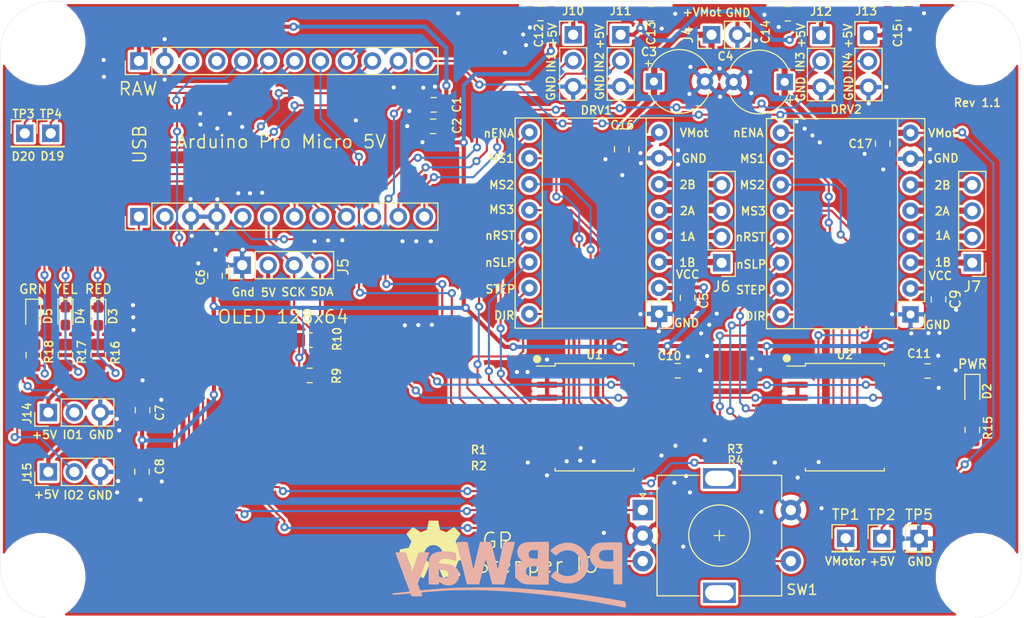
<source format=kicad_pcb>
(kicad_pcb (version 20171130) (host pcbnew "(5.1.2-1)-1")
  (layers (0 F.Cu signal) (31 B.Cu signal) (34 B.Paste user hide) (35 F.Paste user hide) (36 B.SilkS user) (37 F.SilkS user) (38 B.Mask user hide) (39 F.Mask user hide) (44 Edge.Cuts user))
  (net 0 "")
  (net 1 GNDREF)
  (net 2 "Net-(D2-Pad2)")
  (net 3 "Net-(D5-Pad2)")
  (net 4 /SDA)
  (net 5 /SCK)
  (net 6 VCC)
  (net 7 "Net-(D3-Pad2)")
  (net 8 "Net-(D4-Pad2)")
  (net 9 /ENC_A)
  (net 10 /ENC_B)
  (net 11 /ENC_SW)
  (net 12 /nRESET)
  (net 13 Vdrive)
  (net 14 /M1_DIR)
  (net 15 /M1_STP)
  (net 16 /M1_nSLP)
  (net 17 /M1_2B)
  (net 18 /M1_nRST)
  (net 19 /M1_2A)
  (net 20 /M1_MS3)
  (net 21 /M1_1A)
  (net 22 /M1_MS2)
  (net 23 /M1_1B)
  (net 24 /M1_MS1)
  (net 25 /M1_nENA)
  (net 26 /M2_nENA)
  (net 27 /M2_MS1)
  (net 28 /M2_1B)
  (net 29 /M2_MS2)
  (net 30 /M2_1A)
  (net 31 /M2_MS3)
  (net 32 /M2_2A)
  (net 33 /M2_nRST)
  (net 34 /M2_2B)
  (net 35 /M2_nSLP)
  (net 36 /M2_STP)
  (net 37 /M2_DIR)
  (net 38 /RED)
  (net 39 /YEL)
  (net 40 /GRN)
  (net 41 /IN1)
  (net 42 /IN2)
  (net 43 /IN3)
  (net 44 /IN4)
  (net 45 /IO1)
  (net 46 /IO2)
  (net 47 /M2_STEPb)
  (net 48 /M1_STEPb)
  (net 49 /SPARE2)
  (net 50 /SPARE1)
  (net 51 /M1_STEPa)
  (net 52 /M2_STEPa)
  (net 53 "Net-(U1-Pad13)")
  (net 54 "Net-(U2-Pad13)")
  (net 55 /Vin)
  (module "_Custom_Footprints:pcb way logo" (layer B.Cu) (at 137.8458 101.7778 180)
    (fp_text reference G*** hide)
    (fp_text value LOGO hide)
  )
  (module Symbol:OSHW-Symbol_6.7x6mm_SilkScreen (layer F.Cu) (at 130.429 98.7806)
    (fp_text reference REF** hide)
    (fp_text value OSHW-Symbol_6.7x6mm_SilkScreen hide)
  )
  (module MountingHole:MountingHole_3.5mm (layer F.Cu) (at 92.075 48.895)
    (fp_text reference REF** hide)
    (fp_text value MountingHole_3.5mm)
    (pad 1 np_thru_hole circle (at 0 0) (size 3.5 3.5) (drill 3.5) (layers *.Cu *.Mask))
  )
  (module MountingHole:MountingHole_3.5mm (layer F.Cu) (at 183.896 48.895)
    (fp_text reference REF** hide)
    (fp_text value MountingHole_3.5mm)
    (pad 1 np_thru_hole circle (at 0 0) (size 3.5 3.5) (drill 3.5) (layers *.Cu *.Mask))
  )
  (module MountingHole:MountingHole_3.5mm (layer F.Cu) (at 183.896 101.3)
    (fp_text reference REF** hide)
    (fp_text value MountingHole_3.5mm)
    (pad 1 np_thru_hole circle (at 0 0) (size 3.5 3.5) (drill 3.5) (layers *.Cu *.Mask))
  )
  (module MountingHole:MountingHole_3.5mm (layer F.Cu) (at 92.075 101.3)
    (fp_text reference REF** hide)
    (fp_text value MountingHole_3.5mm)
    (pad 1 np_thru_hole circle (at 0 0) (size 3.5 3.5) (drill 3.5) (layers *.Cu *.Mask))
  )
  (module Resistor_SMD:R_0805_2012Metric_Pad1.15x1.40mm_HandSolder (layer F.Cu) (at 118.3132 78.1304 180)
    (fp_text reference R10 (at -2.6924 0.11176 90) (layer F.SilkS) (effects (font (size 0.8 0.8))))
    (fp_text value 10K)
    (pad 2 smd roundrect (at 1.025 0 180) (size 1.15 1.4) (layers F.Cu F.Paste F.Mask) (roundrect_rratio 0.217391) (net 6 VCC))
    (pad 1 smd roundrect (at -1.025 0 180) (size 1.15 1.4) (layers F.Cu F.Paste F.Mask) (roundrect_rratio 0.217391) (net 4 /SDA))
  )
  (module Resistor_SMD:R_0805_2012Metric_Pad1.15x1.40mm_HandSolder (layer F.Cu) (at 97.62236 79.58328 90)
    (fp_text reference R16 (at 0.2286 1.66624 90) (layer F.SilkS) (effects (font (size 0.8 0.8))))
    (fp_text value 1K)
    (pad 1 smd roundrect (at -1.025 0 90) (size 1.15 1.4) (layers F.Cu F.Paste F.Mask) (roundrect_rratio 0.217391) (net 38 /RED))
    (pad 2 smd roundrect (at 1.025 0 90) (size 1.15 1.4) (layers F.Cu F.Paste F.Mask) (roundrect_rratio 0.217391) (net 7 "Net-(D3-Pad2)"))
  )
  (module Resistor_SMD:R_0805_2012Metric_Pad1.15x1.40mm_HandSolder (layer F.Cu) (at 94.40164 79.59852 90)
    (fp_text reference R17 (at 0.29464 1.6002 90) (layer F.SilkS) (effects (font (size 0.8 0.8))))
    (fp_text value 1K)
    (pad 2 smd roundrect (at 1.025 0 90) (size 1.15 1.4) (layers F.Cu F.Paste F.Mask) (roundrect_rratio 0.217391) (net 8 "Net-(D4-Pad2)"))
    (pad 1 smd roundrect (at -1.025 0 90) (size 1.15 1.4) (layers F.Cu F.Paste F.Mask) (roundrect_rratio 0.217391) (net 39 /YEL))
  )
  (module Resistor_SMD:R_0805_2012Metric_Pad1.15x1.40mm_HandSolder (layer F.Cu) (at 91.2622 79.59344 90)
    (fp_text reference R18 (at 0.31496 1.52908 90) (layer F.SilkS) (effects (font (size 0.8 0.8))))
    (fp_text value 1K)
    (pad 1 smd roundrect (at -1.025 0 90) (size 1.15 1.4) (layers F.Cu F.Paste F.Mask) (roundrect_rratio 0.217391) (net 40 /GRN))
    (pad 2 smd roundrect (at 1.025 0 90) (size 1.15 1.4) (layers F.Cu F.Paste F.Mask) (roundrect_rratio 0.217391) (net 3 "Net-(D5-Pad2)"))
  )
  (module Capacitor_SMD:C_0805_2012Metric_Pad1.15x1.40mm_HandSolder (layer F.Cu) (at 155.321 73.9902 270)
    (fp_text reference C5 (at 0.2794 -1.6002 270) (layer F.SilkS) (effects (font (size 0.8 0.8))))
    (fp_text value 100nF)
    (pad 2 smd roundrect (at 1.025 0 270) (size 1.15 1.4) (layers F.Cu F.Paste F.Mask) (roundrect_rratio 0.217) (net 1 GNDREF))
    (pad 1 smd roundrect (at -1.025 0 270) (size 1.15 1.4) (layers F.Cu F.Paste F.Mask) (roundrect_rratio 0.217391) (net 6 VCC))
  )
  (module Capacitor_SMD:C_0805_2012Metric_Pad1.15x1.40mm_HandSolder (layer F.Cu) (at 130.4544 55.0926 180)
    (fp_text reference C1 (at -2.2606 0.0254 270) (layer F.SilkS) (effects (font (size 0.8 0.8))))
    (fp_text value 4.7uF)
    (pad 2 smd roundrect (at 1.025 0 180) (size 1.15 1.4) (layers F.Cu F.Paste F.Mask) (roundrect_rratio 0.217391) (net 1 GNDREF))
    (pad 1 smd roundrect (at -1.025 0 180) (size 1.15 1.4) (layers F.Cu F.Paste F.Mask) (roundrect_rratio 0.217391) (net 6 VCC))
  )
  (module Capacitor_SMD:C_0805_2012Metric_Pad1.15x1.40mm_HandSolder (layer F.Cu) (at 130.4036 57.2008 180)
    (fp_text reference C2 (at -2.3368 0.0508 270) (layer F.SilkS) (effects (font (size 0.8 0.8))))
    (fp_text value 100nF)
    (pad 1 smd roundrect (at -1.025 0 180) (size 1.15 1.4) (layers F.Cu F.Paste F.Mask) (roundrect_rratio 0.217391) (net 6 VCC))
    (pad 2 smd roundrect (at 1.025 0 180) (size 1.15 1.4) (layers F.Cu F.Paste F.Mask) (roundrect_rratio 0.217391) (net 1 GNDREF))
  )
  (module Capacitor_SMD:C_0805_2012Metric_Pad1.15x1.40mm_HandSolder (layer F.Cu) (at 109.0422 71.8312 90)
    (fp_text reference C6 (at -0.14732 -1.40208 90) (layer F.SilkS) (effects (font (size 0.8 0.8))))
    (fp_text value 100nF)
    (pad 2 smd roundrect (at 1.025 0 90) (size 1.15 1.4) (layers F.Cu F.Paste F.Mask) (roundrect_rratio 0.217391) (net 1 GNDREF))
    (pad 1 smd roundrect (at -1.025 0 90) (size 1.15 1.4) (layers F.Cu F.Paste F.Mask) (roundrect_rratio 0.217391) (net 6 VCC))
  )
  (module Capacitor_SMD:C_0805_2012Metric_Pad1.15x1.40mm_HandSolder (layer F.Cu) (at 101.9556 84.9884 90)
    (fp_text reference C7 (at -0.254 1.6764 90) (layer F.SilkS) (effects (font (size 0.8 0.8))))
    (fp_text value 100nF)
    (pad 1 smd roundrect (at -1.025 0 90) (size 1.15 1.4) (layers F.Cu F.Paste F.Mask) (roundrect_rratio 0.217391) (net 6 VCC))
    (pad 2 smd roundrect (at 1.025 0 90) (size 1.15 1.4) (layers F.Cu F.Paste F.Mask) (roundrect_rratio 0.217391) (net 1 GNDREF))
  )
  (module Capacitor_SMD:C_0805_2012Metric_Pad1.15x1.40mm_HandSolder (layer F.Cu) (at 101.9048 91.0172 270)
    (fp_text reference C8 (at -0.517 -1.7272 90) (layer F.SilkS) (effects (font (size 0.8 0.8))))
    (fp_text value 100nF)
    (pad 2 smd roundrect (at 1.025 0 270) (size 1.15 1.4) (layers F.Cu F.Paste F.Mask) (roundrect_rratio 0.217391) (net 1 GNDREF))
    (pad 1 smd roundrect (at -1.025 0 270) (size 1.15 1.4) (layers F.Cu F.Paste F.Mask) (roundrect_rratio 0.217391) (net 6 VCC))
  )
  (module LED_SMD:LED_0603_1608Metric_Pad1.05x0.95mm_HandSolder (layer F.Cu) (at 183.20004 83.14436 270)
    (fp_text reference D2 (at 0 -1.43 90) (layer F.SilkS) (effects (font (size 0.8 0.8))))
    (fp_text value LED)
    (pad 1 smd roundrect (at -0.875 0 270) (size 1.05 0.95) (layers F.Cu F.Paste F.Mask) (net 1 GNDREF))
    (pad 2 smd roundrect (at 0.875 0 270) (size 1.05 0.95) (layers F.Cu F.Paste F.Mask) (net 2 "Net-(D2-Pad2)"))
  )
  (module LED_SMD:LED_0603_1608Metric_Pad1.05x0.95mm_HandSolder (layer F.Cu) (at 97.62744 75.80376 270)
    (fp_text reference D3 (at 0 -1.43 90) (layer F.SilkS) (effects (font (size 0.8 0.8))))
    (fp_text value LED)
    (pad 1 smd roundrect (at -0.875 0 270) (size 1.05 0.95) (layers F.Cu F.Paste F.Mask) (net 1 GNDREF))
    (pad 2 smd roundrect (at 0.875 0 270) (size 1.05 0.95) (layers F.Cu F.Paste F.Mask) (net 7 "Net-(D3-Pad2)"))
  )
  (module LED_SMD:LED_0603_1608Metric_Pad1.05x0.95mm_HandSolder (layer F.Cu) (at 94.40164 75.77836 270)
    (fp_text reference D4 (at 0 -1.43 90) (layer F.SilkS) (effects (font (size 0.8 0.8))))
    (fp_text value LED)
    (pad 2 smd roundrect (at 0.875 0 270) (size 1.05 0.95) (layers F.Cu F.Paste F.Mask) (net 8 "Net-(D4-Pad2)"))
    (pad 1 smd roundrect (at -0.875 0 270) (size 1.05 0.95) (layers F.Cu F.Paste F.Mask) (net 1 GNDREF))
  )
  (module LED_SMD:LED_0603_1608Metric_Pad1.05x0.95mm_HandSolder (layer F.Cu) (at 91.25204 75.77836 270)
    (fp_text reference D5 (at 0 -1.43 90) (layer F.SilkS) (effects (font (size 0.8 0.8))))
    (fp_text value LED)
    (pad 2 smd roundrect (at 0.875 0 270) (size 1.05 0.95) (layers F.Cu F.Paste F.Mask) (net 3 "Net-(D5-Pad2)"))
    (pad 1 smd roundrect (at -0.875 0 270) (size 1.05 0.95) (layers F.Cu F.Paste F.Mask) (net 1 GNDREF))
  )
  (module Connector_PinHeader_2.54mm:PinHeader_1x12_P2.54mm_Vertical (layer F.Cu) (at 101.6 66.04 90)
    (fp_text reference J1 hide)
    (fp_text value Conn_01x12)
    (pad 1 thru_hole rect (at 0 0 90) (size 1.7 1.7) (drill 1) (layers *.Cu *.Mask) (net 9 /ENC_A))
    (pad 2 thru_hole oval (at 0 2.54 90) (size 1.7 1.7) (drill 1) (layers *.Cu *.Mask) (net 10 /ENC_B))
    (pad 3 thru_hole oval (at 0 5.08 90) (size 1.7 1.7) (drill 1) (layers *.Cu *.Mask) (net 1 GNDREF))
    (pad 4 thru_hole oval (at 0 7.62 90) (size 1.7 1.7) (drill 1) (layers *.Cu *.Mask) (net 1 GNDREF))
    (pad 5 thru_hole oval (at 0 10.16 90) (size 1.7 1.7) (drill 1) (layers *.Cu *.Mask) (net 4 /SDA))
    (pad 6 thru_hole oval (at 0 12.7 90) (size 1.7 1.7) (drill 1) (layers *.Cu *.Mask) (net 5 /SCK))
    (pad 7 thru_hole oval (at 0 15.24 90) (size 1.7 1.7) (drill 1) (layers *.Cu *.Mask) (net 38 /RED))
    (pad 8 thru_hole oval (at 0 17.78 90) (size 1.7 1.7) (drill 1) (layers *.Cu *.Mask) (net 39 /YEL))
    (pad 9 thru_hole oval (at 0 20.32 90) (size 1.7 1.7) (drill 1) (layers *.Cu *.Mask) (net 40 /GRN))
    (pad 10 thru_hole oval (at 0 22.86 90) (size 1.7 1.7) (drill 1) (layers *.Cu *.Mask) (net 41 /IN1))
    (pad 11 thru_hole oval (at 0 25.4 90) (size 1.7 1.7) (drill 1) (layers *.Cu *.Mask) (net 42 /IN2))
    (pad 12 thru_hole oval (at 0 27.94 90) (size 1.7 1.7) (drill 1) (layers *.Cu *.Mask) (net 43 /IN3))
  )
  (module Connector_PinHeader_2.54mm:PinHeader_1x12_P2.54mm_Vertical (layer F.Cu) (at 101.6 50.8 90)
    (fp_text reference J2 hide)
    (fp_text value Conn_01x12)
    (pad 12 thru_hole oval (at 0 27.94 90) (size 1.7 1.7) (drill 1) (layers *.Cu *.Mask) (net 44 /IN4))
    (pad 11 thru_hole oval (at 0 25.4 90) (size 1.7 1.7) (drill 1) (layers *.Cu *.Mask) (net 45 /IO1))
    (pad 10 thru_hole oval (at 0 22.86 90) (size 1.7 1.7) (drill 1) (layers *.Cu *.Mask) (net 46 /IO2))
    (pad 9 thru_hole oval (at 0 20.32 90) (size 1.7 1.7) (drill 1) (layers *.Cu *.Mask) (net 47 /M2_STEPb))
    (pad 8 thru_hole oval (at 0 17.78 90) (size 1.7 1.7) (drill 1) (layers *.Cu *.Mask) (net 48 /M1_STEPb))
    (pad 7 thru_hole oval (at 0 15.24 90) (size 1.7 1.7) (drill 1) (layers *.Cu *.Mask) (net 49 /SPARE2))
    (pad 6 thru_hole oval (at 0 12.7 90) (size 1.7 1.7) (drill 1) (layers *.Cu *.Mask) (net 50 /SPARE1))
    (pad 5 thru_hole oval (at 0 10.16 90) (size 1.7 1.7) (drill 1) (layers *.Cu *.Mask) (net 11 /ENC_SW))
    (pad 4 thru_hole oval (at 0 7.62 90) (size 1.7 1.7) (drill 1) (layers *.Cu *.Mask) (net 55 /Vin))
    (pad 3 thru_hole oval (at 0 5.08 90) (size 1.7 1.7) (drill 1) (layers *.Cu *.Mask) (net 12 /nRESET))
    (pad 2 thru_hole oval (at 0 2.54 90) (size 1.7 1.7) (drill 1) (layers *.Cu *.Mask) (net 1 GNDREF))
    (pad 1 thru_hole rect (at 0 0 90) (size 1.7 1.7) (drill 1) (layers *.Cu *.Mask) (net 6 VCC))
  )
  (module Connector_PinHeader_2.54mm:PinHeader_1x04_P2.54mm_Vertical (layer F.Cu) (at 111.7092 70.7898 90)
    (fp_text reference J5 (at -0.17272 9.89584 90) (layer F.SilkS))
    (fp_text value Conn_01x04)
    (pad 1 thru_hole rect (at 0 0 90) (size 1.7 1.7) (drill 1) (layers *.Cu *.Mask) (net 1 GNDREF))
    (pad 2 thru_hole oval (at 0 2.54 90) (size 1.7 1.7) (drill 1) (layers *.Cu *.Mask) (net 6 VCC))
    (pad 3 thru_hole oval (at 0 5.08 90) (size 1.7 1.7) (drill 1) (layers *.Cu *.Mask) (net 5 /SCK))
    (pad 4 thru_hole oval (at 0 7.62 90) (size 1.7 1.7) (drill 1) (layers *.Cu *.Mask) (net 4 /SDA))
  )
  (module Resistor_SMD:R_0805_2012Metric_Pad1.15x1.40mm_HandSolder (layer F.Cu) (at 118.3132 81.5848 180)
    (fp_text reference R9 (at -2.63652 -0.04572 90) (layer F.SilkS) (effects (font (size 0.8 0.8))))
    (fp_text value 10K)
    (pad 1 smd roundrect (at -1.025 0 180) (size 1.15 1.4) (layers F.Cu F.Paste F.Mask) (roundrect_rratio 0.217391) (net 5 /SCK))
    (pad 2 smd roundrect (at 1.025 0 180) (size 1.15 1.4) (layers F.Cu F.Paste F.Mask) (roundrect_rratio 0.217391) (net 6 VCC))
  )
  (module Resistor_SMD:R_0805_2012Metric_Pad1.15x1.40mm_HandSolder (layer F.Cu) (at 183.18988 86.9188 90)
    (fp_text reference R15 (at 0.19304 1.53416 90) (layer F.SilkS) (effects (font (size 0.8 0.8))))
    (fp_text value 1K)
    (pad 2 smd roundrect (at 1.025 0 90) (size 1.15 1.4) (layers F.Cu F.Paste F.Mask) (roundrect_rratio 0.217391) (net 2 "Net-(D2-Pad2)"))
    (pad 1 smd roundrect (at -1.025 0 90) (size 1.15 1.4) (layers F.Cu F.Paste F.Mask) (roundrect_rratio 0.217391) (net 6 VCC))
  )
  (module Rotary_Encoder:RotaryEncoder_Alps_EC11E-Switch_Vertical_H20mm (layer F.Cu) (at 150.9268 94.7674)
    (fp_text reference SW1 (at 15.5956 7.7978) (layer F.SilkS))
    (fp_text value Rotary_Encoder_Switch)
    (pad S1 thru_hole circle (at 14.5 5) (size 2 2) (drill 1) (layers *.Cu *.Mask) (net 11 /ENC_SW))
    (pad S2 thru_hole circle (at 14.5 0) (size 2 2) (drill 1) (layers *.Cu *.Mask) (net 1 GNDREF))
    (pad MP thru_hole rect (at 7.5 8.1) (size 3.2 2) (drill oval 2.8 1.5) (layers *.Cu *.Mask))
    (pad MP thru_hole rect (at 7.5 -3.1) (size 3.2 2) (drill oval 2.8 1.5) (layers *.Cu *.Mask))
    (pad B thru_hole circle (at 0 5) (size 2 2) (drill 1) (layers *.Cu *.Mask) (net 10 /ENC_B))
    (pad C thru_hole circle (at 0 2.5) (size 2 2) (drill 1) (layers *.Cu *.Mask) (net 1 GNDREF))
    (pad A thru_hole rect (at 0 0) (size 2 2) (drill 1) (layers *.Cu *.Mask) (net 9 /ENC_A))
  )
  (module Capacitor_THT:CP_Radial_Tantal_D6.0mm_P5.00mm (layer F.Cu) (at 152.019 52.8066)
    (fp_text reference C3 (at -0.4826 -2.8956) (layer F.SilkS) (effects (font (size 0.8 0.8))))
    (fp_text value "47uF 50V")
    (pad 2 thru_hole circle (at 5 0) (size 1.6 1.6) (drill 0.8) (layers *.Cu *.Mask) (net 1 GNDREF))
    (pad 1 thru_hole rect (at 0 0) (size 1.6 1.6) (drill 0.8) (layers *.Cu *.Mask) (net 13 Vdrive))
  )
  (module Capacitor_THT:CP_Radial_Tantal_D6.0mm_P5.00mm (layer F.Cu) (at 164.8206 52.8574 180)
    (fp_text reference C4 (at 5.7912 2.5146) (layer F.SilkS) (effects (font (size 0.8 0.8))))
    (fp_text value "47uF 50V")
    (pad 1 thru_hole rect (at 0 0 180) (size 1.6 1.6) (drill 0.8) (layers *.Cu *.Mask) (net 13 Vdrive))
    (pad 2 thru_hole circle (at 5 0 180) (size 1.6 1.6) (drill 0.8) (layers *.Cu *.Mask) (net 1 GNDREF))
  )
  (module Capacitor_SMD:C_0805_2012Metric_Pad1.15x1.40mm_HandSolder (layer F.Cu) (at 179.8828 74.1426 270)
    (fp_text reference C9 (at 0 -1.65 90) (layer F.SilkS))
    (fp_text value 100nF)
    (pad 1 smd roundrect (at -1.025 0 270) (size 1.15 1.4) (layers F.Cu F.Paste F.Mask) (roundrect_rratio 0.217391) (net 6 VCC))
    (pad 2 smd roundrect (at 1.025 0 270) (size 1.15 1.4) (layers F.Cu F.Paste F.Mask) (roundrect_rratio 0.217391) (net 1 GNDREF))
  )
  (module Capacitor_SMD:C_0805_2012Metric_Pad1.15x1.40mm_HandSolder (layer F.Cu) (at 154.3558 81.1276)
    (fp_text reference C10 (at -0.8128 -1.4478) (layer F.SilkS) (effects (font (size 0.8 0.8))))
    (fp_text value 100nF)
    (pad 2 smd roundrect (at 1.025 0) (size 1.15 1.4) (layers F.Cu F.Paste F.Mask) (roundrect_rratio 0.217391) (net 1 GNDREF))
    (pad 1 smd roundrect (at -1.025 0) (size 1.15 1.4) (layers F.Cu F.Paste F.Mask) (roundrect_rratio 0.217391) (net 6 VCC))
  )
  (module Capacitor_SMD:C_0805_2012Metric_Pad1.15x1.40mm_HandSolder (layer F.Cu) (at 178.816 81.153)
    (fp_text reference C11 (at -0.8382 -1.7018) (layer F.SilkS) (effects (font (size 0.8 0.8))))
    (fp_text value 100nF)
    (pad 1 smd roundrect (at -1.025 0) (size 1.15 1.4) (layers F.Cu F.Paste F.Mask) (roundrect_rratio 0.217391) (net 6 VCC))
    (pad 2 smd roundrect (at 1.025 0) (size 1.15 1.4) (layers F.Cu F.Paste F.Mask) (roundrect_rratio 0.217391) (net 1 GNDREF))
  )
  (module Capacitor_SMD:C_0805_2012Metric_Pad1.15x1.40mm_HandSolder (layer F.Cu) (at 140.9192 46.1518 180)
    (fp_text reference C12 (at 0.1778 -2.159 90) (layer F.SilkS) (effects (font (size 0.8 0.8))))
    (fp_text value 100nF)
    (pad 2 smd roundrect (at 1.025 0 180) (size 1.15 1.4) (layers F.Cu F.Paste F.Mask) (roundrect_rratio 0.217391) (net 1 GNDREF))
    (pad 1 smd roundrect (at -1.025 0 180) (size 1.15 1.4) (layers F.Cu F.Paste F.Mask) (roundrect_rratio 0.217391) (net 6 VCC))
  )
  (module Capacitor_SMD:C_0805_2012Metric_Pad1.15x1.40mm_HandSolder (layer F.Cu) (at 151.7396 46.1772)
    (fp_text reference C13 (at 0 1.905 90) (layer F.SilkS) (effects (font (size 0.8 0.8))))
    (fp_text value 100nF)
    (pad 1 smd roundrect (at -1.025 0) (size 1.15 1.4) (layers F.Cu F.Paste F.Mask) (roundrect_rratio 0.217391) (net 6 VCC))
    (pad 2 smd roundrect (at 1.025 0) (size 1.15 1.4) (layers F.Cu F.Paste F.Mask) (roundrect_rratio 0.217391) (net 1 GNDREF))
  )
  (module Capacitor_SMD:C_0805_2012Metric_Pad1.15x1.40mm_HandSolder (layer F.Cu) (at 165.1254 46.1772 180)
    (fp_text reference C14 (at 2.1844 -1.778 90) (layer F.SilkS) (effects (font (size 0.8 0.8))))
    (fp_text value 100nF)
    (pad 2 smd roundrect (at 1.025 0 180) (size 1.15 1.4) (layers F.Cu F.Paste F.Mask) (roundrect_rratio 0.217391) (net 1 GNDREF))
    (pad 1 smd roundrect (at -1.025 0 180) (size 1.15 1.4) (layers F.Cu F.Paste F.Mask) (roundrect_rratio 0.217391) (net 6 VCC))
  )
  (module Capacitor_SMD:C_0805_2012Metric_Pad1.15x1.40mm_HandSolder (layer F.Cu) (at 175.9458 46.1264)
    (fp_text reference C15 (at -0.0508 2.159 90) (layer F.SilkS) (effects (font (size 0.8 0.8))))
    (fp_text value 100nF)
    (pad 1 smd roundrect (at -1.025 0) (size 1.15 1.4) (layers F.Cu F.Paste F.Mask) (roundrect_rratio 0.217391) (net 6 VCC))
    (pad 2 smd roundrect (at 1.025 0) (size 1.15 1.4) (layers F.Cu F.Paste F.Mask) (roundrect_rratio 0.217391) (net 1 GNDREF))
  )
  (module Module:Pololu_Breakout-16_15.2x20.3mm (layer F.Cu) (at 152.527 75.565 180)
    (fp_text reference DRV1 (at 6.1468 19.939) (layer F.SilkS) (effects (font (size 0.8 0.8))))
    (fp_text value "A4988 Module")
    (pad 16 thru_hole oval (at 12.7 0 180) (size 1.6 1.6) (drill 0.8) (layers *.Cu *.Mask) (net 14 /M1_DIR))
    (pad 8 thru_hole oval (at 0 17.78 180) (size 1.6 1.6) (drill 0.8) (layers *.Cu *.Mask) (net 13 Vdrive))
    (pad 15 thru_hole oval (at 12.7 2.54 180) (size 1.6 1.6) (drill 0.8) (layers *.Cu *.Mask) (net 15 /M1_STP))
    (pad 7 thru_hole oval (at 0 15.24 180) (size 1.6 1.6) (drill 0.8) (layers *.Cu *.Mask) (net 1 GNDREF))
    (pad 14 thru_hole oval (at 12.7 5.08 180) (size 1.6 1.6) (drill 0.8) (layers *.Cu *.Mask) (net 16 /M1_nSLP))
    (pad 6 thru_hole oval (at 0 12.7 180) (size 1.6 1.6) (drill 0.8) (layers *.Cu *.Mask) (net 17 /M1_2B))
    (pad 13 thru_hole oval (at 12.7 7.62 180) (size 1.6 1.6) (drill 0.8) (layers *.Cu *.Mask) (net 18 /M1_nRST))
    (pad 5 thru_hole oval (at 0 10.16 180) (size 1.6 1.6) (drill 0.8) (layers *.Cu *.Mask) (net 19 /M1_2A))
    (pad 12 thru_hole oval (at 12.7 10.16 180) (size 1.6 1.6) (drill 0.8) (layers *.Cu *.Mask) (net 20 /M1_MS3))
    (pad 4 thru_hole oval (at 0 7.62 180) (size 1.6 1.6) (drill 0.8) (layers *.Cu *.Mask) (net 21 /M1_1A))
    (pad 11 thru_hole oval (at 12.7 12.7 180) (size 1.6 1.6) (drill 0.8) (layers *.Cu *.Mask) (net 22 /M1_MS2))
    (pad 3 thru_hole oval (at 0 5.08 180) (size 1.6 1.6) (drill 0.8) (layers *.Cu *.Mask) (net 23 /M1_1B))
    (pad 10 thru_hole oval (at 12.7 15.24 180) (size 1.6 1.6) (drill 0.8) (layers *.Cu *.Mask) (net 24 /M1_MS1))
    (pad 2 thru_hole oval (at 0 2.54 180) (size 1.6 1.6) (drill 0.8) (layers *.Cu *.Mask) (net 6 VCC))
    (pad 9 thru_hole oval (at 12.7 17.78 180) (size 1.6 1.6) (drill 0.8) (layers *.Cu *.Mask) (net 25 /M1_nENA))
    (pad 1 thru_hole rect (at 0 0 180) (size 1.6 1.6) (drill 0.8) (layers *.Cu *.Mask) (net 1 GNDREF))
  )
  (module Module:Pololu_Breakout-16_15.2x20.3mm (layer F.Cu) (at 177.1396 75.6158 180)
    (fp_text reference DRV2 (at 6.2992 20.066) (layer F.SilkS) (effects (font (size 0.8 0.8))))
    (fp_text value "A4988 Module")
    (pad 1 thru_hole rect (at 0 0 180) (size 1.6 1.6) (drill 0.8) (layers *.Cu *.Mask) (net 1 GNDREF))
    (pad 9 thru_hole oval (at 12.7 17.78 180) (size 1.6 1.6) (drill 0.8) (layers *.Cu *.Mask) (net 26 /M2_nENA))
    (pad 2 thru_hole oval (at 0 2.54 180) (size 1.6 1.6) (drill 0.8) (layers *.Cu *.Mask) (net 6 VCC))
    (pad 10 thru_hole oval (at 12.7 15.24 180) (size 1.6 1.6) (drill 0.8) (layers *.Cu *.Mask) (net 27 /M2_MS1))
    (pad 3 thru_hole oval (at 0 5.08 180) (size 1.6 1.6) (drill 0.8) (layers *.Cu *.Mask) (net 28 /M2_1B))
    (pad 11 thru_hole oval (at 12.7 12.7 180) (size 1.6 1.6) (drill 0.8) (layers *.Cu *.Mask) (net 29 /M2_MS2))
    (pad 4 thru_hole oval (at 0 7.62 180) (size 1.6 1.6) (drill 0.8) (layers *.Cu *.Mask) (net 30 /M2_1A))
    (pad 12 thru_hole oval (at 12.7 10.16 180) (size 1.6 1.6) (drill 0.8) (layers *.Cu *.Mask) (net 31 /M2_MS3))
    (pad 5 thru_hole oval (at 0 10.16 180) (size 1.6 1.6) (drill 0.8) (layers *.Cu *.Mask) (net 32 /M2_2A))
    (pad 13 thru_hole oval (at 12.7 7.62 180) (size 1.6 1.6) (drill 0.8) (layers *.Cu *.Mask) (net 33 /M2_nRST))
    (pad 6 thru_hole oval (at 0 12.7 180) (size 1.6 1.6) (drill 0.8) (layers *.Cu *.Mask) (net 34 /M2_2B))
    (pad 14 thru_hole oval (at 12.7 5.08 180) (size 1.6 1.6) (drill 0.8) (layers *.Cu *.Mask) (net 35 /M2_nSLP))
    (pad 7 thru_hole oval (at 0 15.24 180) (size 1.6 1.6) (drill 0.8) (layers *.Cu *.Mask) (net 1 GNDREF))
    (pad 15 thru_hole oval (at 12.7 2.54 180) (size 1.6 1.6) (drill 0.8) (layers *.Cu *.Mask) (net 36 /M2_STP))
    (pad 8 thru_hole oval (at 0 17.78 180) (size 1.6 1.6) (drill 0.8) (layers *.Cu *.Mask) (net 13 Vdrive))
    (pad 16 thru_hole oval (at 12.7 0 180) (size 1.6 1.6) (drill 0.8) (layers *.Cu *.Mask) (net 37 /M2_DIR))
  )
  (module Connector_PinHeader_2.54mm:PinHeader_1x02_P2.54mm_Vertical (layer F.Cu) (at 157.6578 48.2346 90)
    (fp_text reference J4 (at 0 -2.33 90) (layer F.SilkS))
    (fp_text value Conn_01x02)
    (pad 2 thru_hole oval (at 0 2.54 90) (size 1.7 1.7) (drill 1) (layers *.Cu *.Mask) (net 1 GNDREF))
    (pad 1 thru_hole rect (at 0 0 90) (size 1.7 1.7) (drill 1) (layers *.Cu *.Mask) (net 13 Vdrive))
  )
  (module Connector_PinHeader_2.54mm:PinHeader_1x04_P2.54mm_Vertical (layer F.Cu) (at 158.6484 70.5612 180)
    (fp_text reference J6 (at 0 -2.33) (layer F.SilkS))
    (fp_text value Conn_01x04)
    (pad 1 thru_hole rect (at 0 0 180) (size 1.7 1.7) (drill 1) (layers *.Cu *.Mask) (net 23 /M1_1B))
    (pad 2 thru_hole oval (at 0 2.54 180) (size 1.7 1.7) (drill 1) (layers *.Cu *.Mask) (net 21 /M1_1A))
    (pad 3 thru_hole oval (at 0 5.08 180) (size 1.7 1.7) (drill 1) (layers *.Cu *.Mask) (net 19 /M1_2A))
    (pad 4 thru_hole oval (at 0 7.62 180) (size 1.7 1.7) (drill 1) (layers *.Cu *.Mask) (net 17 /M1_2B))
  )
  (module Connector_PinHeader_2.54mm:PinHeader_1x04_P2.54mm_Vertical (layer F.Cu) (at 183.1848 70.5612 180)
    (fp_text reference J7 (at 0 -2.33) (layer F.SilkS))
    (fp_text value Conn_01x04)
    (pad 4 thru_hole oval (at 0 7.62 180) (size 1.7 1.7) (drill 1) (layers *.Cu *.Mask) (net 34 /M2_2B))
    (pad 3 thru_hole oval (at 0 5.08 180) (size 1.7 1.7) (drill 1) (layers *.Cu *.Mask) (net 32 /M2_2A))
    (pad 2 thru_hole oval (at 0 2.54 180) (size 1.7 1.7) (drill 1) (layers *.Cu *.Mask) (net 30 /M2_1A))
    (pad 1 thru_hole rect (at 0 0 180) (size 1.7 1.7) (drill 1) (layers *.Cu *.Mask) (net 28 /M2_1B))
  )
  (module Connector_PinHeader_2.54mm:PinHeader_1x03_P2.54mm_Vertical (layer F.Cu) (at 144.115801 48.231401)
    (fp_text reference J10 (at 0 -2.33) (layer F.SilkS) (effects (font (size 0.8 0.8))))
    (fp_text value Conn_01x03)
    (pad 3 thru_hole oval (at 0 5.08) (size 1.7 1.7) (drill 1) (layers *.Cu *.Mask) (net 1 GNDREF))
    (pad 2 thru_hole oval (at 0 2.54) (size 1.7 1.7) (drill 1) (layers *.Cu *.Mask) (net 41 /IN1))
    (pad 1 thru_hole rect (at 0 0) (size 1.7 1.7) (drill 1) (layers *.Cu *.Mask) (net 6 VCC))
  )
  (module Connector_PinHeader_2.54mm:PinHeader_1x03_P2.54mm_Vertical (layer F.Cu) (at 148.765801 48.231401)
    (fp_text reference J11 (at 0 -2.33) (layer F.SilkS) (effects (font (size 0.8 0.8))))
    (fp_text value Conn_01x03)
    (pad 1 thru_hole rect (at 0 0) (size 1.7 1.7) (drill 1) (layers *.Cu *.Mask) (net 6 VCC))
    (pad 2 thru_hole oval (at 0 2.54) (size 1.7 1.7) (drill 1) (layers *.Cu *.Mask) (net 42 /IN2))
    (pad 3 thru_hole oval (at 0 5.08) (size 1.7 1.7) (drill 1) (layers *.Cu *.Mask) (net 1 GNDREF))
  )
  (module Connector_PinHeader_2.54mm:PinHeader_1x03_P2.54mm_Vertical (layer F.Cu) (at 168.376401 48.282201)
    (fp_text reference J12 (at 0 -2.33) (layer F.SilkS) (effects (font (size 0.8 0.8))))
    (fp_text value Conn_01x03)
    (pad 1 thru_hole rect (at 0 0) (size 1.7 1.7) (drill 1) (layers *.Cu *.Mask) (net 6 VCC))
    (pad 2 thru_hole oval (at 0 2.54) (size 1.7 1.7) (drill 1) (layers *.Cu *.Mask) (net 43 /IN3))
    (pad 3 thru_hole oval (at 0 5.08) (size 1.7 1.7) (drill 1) (layers *.Cu *.Mask) (net 1 GNDREF))
  )
  (module Connector_PinHeader_2.54mm:PinHeader_1x03_P2.54mm_Vertical (layer F.Cu) (at 173.026401 48.282201)
    (fp_text reference J13 (at -0.230201 -2.359001) (layer F.SilkS) (effects (font (size 0.8 0.8))))
    (fp_text value Conn_01x03)
    (pad 3 thru_hole oval (at 0 5.08) (size 1.7 1.7) (drill 1) (layers *.Cu *.Mask) (net 1 GNDREF))
    (pad 2 thru_hole oval (at 0 2.54) (size 1.7 1.7) (drill 1) (layers *.Cu *.Mask) (net 44 /IN4))
    (pad 1 thru_hole rect (at 0 0) (size 1.7 1.7) (drill 1) (layers *.Cu *.Mask) (net 6 VCC))
  )
  (module Connector_PinHeader_2.54mm:PinHeader_1x03_P2.54mm_Vertical (layer F.Cu) (at 92.7354 85.217 90)
    (fp_text reference J14 (at -0.0762 -2.0828 90) (layer F.SilkS) (effects (font (size 0.8 0.8))))
    (fp_text value Conn_01x03)
    (pad 1 thru_hole rect (at 0 0 90) (size 1.7 1.7) (drill 1) (layers *.Cu *.Mask) (net 6 VCC))
    (pad 2 thru_hole oval (at 0 2.54 90) (size 1.7 1.7) (drill 1) (layers *.Cu *.Mask) (net 45 /IO1))
    (pad 3 thru_hole oval (at 0 5.08 90) (size 1.7 1.7) (drill 1) (layers *.Cu *.Mask) (net 1 GNDREF))
  )
  (module Connector_PinHeader_2.54mm:PinHeader_1x03_P2.54mm_Vertical (layer F.Cu) (at 92.7354 91.0336 90)
    (fp_text reference J15 (at -0.1524 -2.0828 90) (layer F.SilkS) (effects (font (size 0.8 0.8))))
    (fp_text value Conn_01x03)
    (pad 3 thru_hole oval (at 0 5.08 90) (size 1.7 1.7) (drill 1) (layers *.Cu *.Mask) (net 1 GNDREF))
    (pad 2 thru_hole oval (at 0 2.54 90) (size 1.7 1.7) (drill 1) (layers *.Cu *.Mask) (net 46 /IO2))
    (pad 1 thru_hole rect (at 0 0 90) (size 1.7 1.7) (drill 1) (layers *.Cu *.Mask) (net 6 VCC))
  )
  (module Resistor_SMD:R_0402_1005Metric (layer F.Cu) (at 136.8068 88.8746)
    (fp_text reference R1 (at -1.9328 0) (layer F.SilkS) (effects (font (size 0.8 0.8))))
    (fp_text value 0r)
    (pad 2 smd roundrect (at 0.485 0) (size 0.59 0.64) (layers F.Cu F.Paste F.Mask) (net 51 /M1_STEPa))
    (pad 1 smd roundrect (at -0.485 0) (size 0.59 0.64) (layers F.Cu F.Paste F.Mask) (net 15 /M1_STP))
  )
  (module Resistor_SMD:R_0402_1005Metric (layer F.Cu) (at 136.779 90.424)
    (fp_text reference R2 (at -1.905 0.0254) (layer F.SilkS) (effects (font (size 0.8 0.8))))
    (fp_text value DNI)
    (pad 1 smd roundrect (at -0.485 0) (size 0.59 0.64) (layers F.Cu F.Paste F.Mask) (net 15 /M1_STP))
    (pad 2 smd roundrect (at 0.485 0) (size 0.59 0.64) (layers F.Cu F.Paste F.Mask) (net 48 /M1_STEPb))
  )
  (module Resistor_SMD:R_0402_1005Metric (layer F.Cu) (at 161.8766 88.773)
    (fp_text reference R3 (at -1.9074 0.0254) (layer F.SilkS) (effects (font (size 0.8 0.8))))
    (fp_text value 0r)
    (pad 2 smd roundrect (at 0.485 0) (size 0.59 0.64) (layers F.Cu F.Paste F.Mask) (net 52 /M2_STEPa))
    (pad 1 smd roundrect (at -0.485 0) (size 0.59 0.64) (layers F.Cu F.Paste F.Mask) (net 36 /M2_STP))
  )
  (module Resistor_SMD:R_0402_1005Metric (layer F.Cu) (at 161.8996 90.0938)
    (fp_text reference R4 (at -1.8796 -0.1778) (layer F.SilkS) (effects (font (size 0.8 0.8))))
    (fp_text value DNI)
    (pad 1 smd roundrect (at -0.485 0) (size 0.59 0.64) (layers F.Cu F.Paste F.Mask) (net 36 /M2_STP))
    (pad 2 smd roundrect (at 0.485 0) (size 0.59 0.64) (layers F.Cu F.Paste F.Mask) (net 47 /M2_STEPb))
  )
  (module Connector_PinHeader_2.54mm:PinHeader_1x01_P2.54mm_Vertical (layer F.Cu) (at 170.7896 97.536)
    (fp_text reference TP1 (at 0 -2.33) (layer F.SilkS))
    (fp_text value Conn_01x01)
    (pad 1 thru_hole rect (at 0 0) (size 1.7 1.7) (drill 1) (layers *.Cu *.Mask) (net 13 Vdrive))
  )
  (module Connector_PinHeader_2.54mm:PinHeader_1x01_P2.54mm_Vertical (layer F.Cu) (at 174.3202 97.5614)
    (fp_text reference TP2 (at 0 -2.33) (layer F.SilkS))
    (fp_text value Conn_01x01)
    (pad 1 thru_hole rect (at 0 0) (size 1.7 1.7) (drill 1) (layers *.Cu *.Mask) (net 6 VCC))
  )
  (module Connector_PinHeader_2.54mm:PinHeader_1x01_P2.54mm_Vertical (layer F.Cu) (at 90.424 57.8866)
    (fp_text reference TP3 (at -0.127 -1.905) (layer F.SilkS) (effects (font (size 0.8 0.8))))
    (fp_text value Conn_01x01)
    (pad 1 thru_hole rect (at 0 0) (size 1.7 1.7) (drill 1) (layers *.Cu *.Mask) (net 50 /SPARE1))
  )
  (module Connector_PinHeader_2.54mm:PinHeader_1x01_P2.54mm_Vertical (layer F.Cu) (at 92.964 57.8866)
    (fp_text reference TP4 (at 0.0254 -1.905) (layer F.SilkS) (effects (font (size 0.8 0.8))))
    (fp_text value Conn_01x01)
    (pad 1 thru_hole rect (at 0 0) (size 1.7 1.7) (drill 1) (layers *.Cu *.Mask) (net 49 /SPARE2))
  )
  (module Connector_PinHeader_2.54mm:PinHeader_1x01_P2.54mm_Vertical (layer F.Cu) (at 177.9778 97.5614)
    (fp_text reference TP5 (at 0 -2.33) (layer F.SilkS))
    (fp_text value Conn_01x01)
    (pad 1 thru_hole rect (at 0 0) (size 1.7 1.7) (drill 1) (layers *.Cu *.Mask) (net 1 GNDREF))
  )
  (module Package_SO:SOIC-16W_7.5x10.3mm_P1.27mm (layer F.Cu) (at 146.2024 85.6742)
    (fp_text reference U1 (at 0 -6.1) (layer F.SilkS) (effects (font (size 0.8 0.8))))
    (fp_text value PCF8574)
    (pad 16 smd roundrect (at 4.65 -4.445) (size 2.05 0.6) (layers F.Cu F.Paste F.Mask) (net 6 VCC))
    (pad 15 smd roundrect (at 4.65 -3.175) (size 2.05 0.6) (layers F.Cu F.Paste F.Mask) (net 4 /SDA))
    (pad 14 smd roundrect (at 4.65 -1.905) (size 2.05 0.6) (layers F.Cu F.Paste F.Mask) (net 5 /SCK))
    (pad 13 smd roundrect (at 4.65 -0.635) (size 2.05 0.6) (layers F.Cu F.Paste F.Mask) (net 53 "Net-(U1-Pad13)"))
    (pad 12 smd roundrect (at 4.65 0.635) (size 2.05 0.6) (layers F.Cu F.Paste F.Mask) (net 20 /M1_MS3))
    (pad 11 smd roundrect (at 4.65 1.905) (size 2.05 0.6) (layers F.Cu F.Paste F.Mask) (net 22 /M1_MS2))
    (pad 10 smd roundrect (at 4.65 3.175) (size 2.05 0.6) (layers F.Cu F.Paste F.Mask) (net 24 /M1_MS1))
    (pad 9 smd roundrect (at 4.65 4.445) (size 2.05 0.6) (layers F.Cu F.Paste F.Mask) (net 14 /M1_DIR))
    (pad 8 smd roundrect (at -4.65 4.445) (size 2.05 0.6) (layers F.Cu F.Paste F.Mask) (net 1 GNDREF))
    (pad 7 smd roundrect (at -4.65 3.175) (size 2.05 0.6) (layers F.Cu F.Paste F.Mask) (net 51 /M1_STEPa))
    (pad 6 smd roundrect (at -4.65 1.905) (size 2.05 0.6) (layers F.Cu F.Paste F.Mask) (net 25 /M1_nENA))
    (pad 5 smd roundrect (at -4.65 0.635) (size 2.05 0.6) (layers F.Cu F.Paste F.Mask) (net 16 /M1_nSLP))
    (pad 4 smd roundrect (at -4.65 -0.635) (size 2.05 0.6) (layers F.Cu F.Paste F.Mask) (net 18 /M1_nRST))
    (pad 3 smd roundrect (at -4.65 -1.905) (size 2.05 0.6) (layers F.Cu F.Paste F.Mask) (net 1 GNDREF))
    (pad 2 smd roundrect (at -4.65 -3.175) (size 2.05 0.6) (layers F.Cu F.Paste F.Mask) (net 1 GNDREF))
    (pad 1 smd roundrect (at -4.65 -4.445) (size 2.05 0.6) (layers F.Cu F.Paste F.Mask) (net 1 GNDREF))
  )
  (module Package_SO:SOIC-16W_7.5x10.3mm_P1.27mm (layer F.Cu) (at 170.7134 85.6742)
    (fp_text reference U2 (at 0 -6.1) (layer F.SilkS) (effects (font (size 0.8 0.8))))
    (fp_text value PCF8574)
    (pad 1 smd roundrect (at -4.65 -4.445) (size 2.05 0.6) (layers F.Cu F.Paste F.Mask) (net 6 VCC))
    (pad 2 smd roundrect (at -4.65 -3.175) (size 2.05 0.6) (layers F.Cu F.Paste F.Mask) (net 1 GNDREF))
    (pad 3 smd roundrect (at -4.65 -1.905) (size 2.05 0.6) (layers F.Cu F.Paste F.Mask) (net 1 GNDREF))
    (pad 4 smd roundrect (at -4.65 -0.635) (size 2.05 0.6) (layers F.Cu F.Paste F.Mask) (net 33 /M2_nRST))
    (pad 5 smd roundrect (at -4.65 0.635) (size 2.05 0.6) (layers F.Cu F.Paste F.Mask) (net 35 /M2_nSLP))
    (pad 6 smd roundrect (at -4.65 1.905) (size 2.05 0.6) (layers F.Cu F.Paste F.Mask) (net 26 /M2_nENA))
    (pad 7 smd roundrect (at -4.65 3.175) (size 2.05 0.6) (layers F.Cu F.Paste F.Mask) (net 52 /M2_STEPa))
    (pad 8 smd roundrect (at -4.65 4.445) (size 2.05 0.6) (layers F.Cu F.Paste F.Mask) (net 1 GNDREF))
    (pad 9 smd roundrect (at 4.65 4.445) (size 2.05 0.6) (layers F.Cu F.Paste F.Mask) (net 37 /M2_DIR))
    (pad 10 smd roundrect (at 4.65 3.175) (size 2.05 0.6) (layers F.Cu F.Paste F.Mask) (net 27 /M2_MS1))
    (pad 11 smd roundrect (at 4.65 1.905) (size 2.05 0.6) (layers F.Cu F.Paste F.Mask) (net 29 /M2_MS2))
    (pad 12 smd roundrect (at 4.65 0.635) (size 2.05 0.6) (layers F.Cu F.Paste F.Mask) (net 31 /M2_MS3))
    (pad 13 smd roundrect (at 4.65 -0.635) (size 2.05 0.6) (layers F.Cu F.Paste F.Mask) (net 54 "Net-(U2-Pad13)"))
    (pad 14 smd roundrect (at 4.65 -1.905) (size 2.05 0.6) (layers F.Cu F.Paste F.Mask) (net 5 /SCK))
    (pad 15 smd roundrect (at 4.65 -3.175) (size 2.05 0.6) (layers F.Cu F.Paste F.Mask) (net 4 /SDA))
    (pad 16 smd roundrect (at 4.65 -4.445) (size 2.05 0.6) (layers F.Cu F.Paste F.Mask) (net 6 VCC))
  )
  (module Capacitor_SMD:C_0805_2012Metric_Pad1.15x1.40mm_HandSolder (layer F.Cu) (at 148.8694 59.4614 270)
    (fp_text reference C16 (at -2.3876 -0.0508 180) (layer F.SilkS) (effects (font (size 0.8 0.8))))
    (fp_text value 100nF)
    (pad 1 smd roundrect (at -1.025 0 270) (size 1.15 1.4) (layers F.Cu F.Paste F.Mask) (roundrect_rratio 0.217391) (net 13 Vdrive))
    (pad 2 smd roundrect (at 1.025 0 270) (size 1.15 1.4) (layers F.Cu F.Paste F.Mask) (roundrect_rratio 0.217391) (net 1 GNDREF))
  )
  (module Capacitor_SMD:C_0805_2012Metric_Pad1.15x1.40mm_HandSolder (layer F.Cu) (at 174.4218 58.8772 270)
    (fp_text reference C17 (at 0.0254 2.1844 180) (layer F.SilkS) (effects (font (size 0.8 0.8))))
    (fp_text value 100nF)
    (pad 2 smd roundrect (at 1.025 0 270) (size 1.15 1.4) (layers F.Cu F.Paste F.Mask) (roundrect_rratio 0.217391) (net 1 GNDREF))
    (pad 1 smd roundrect (at -1.025 0 270) (size 1.15 1.4) (layers F.Cu F.Paste F.Mask) (roundrect_rratio 0.217391) (net 13 Vdrive))
  )
  (gr_circle (center 140.589 79.9846) (end 140.7668 80.264) (layer F.SilkS) (width 0.15))
  (gr_circle (center 140.589 79.9846) (end 140.716 80.137) (layer F.SilkS) (width 0.15))
  (gr_circle (center 140.6144 79.9846) (end 140.6906 80.01) (layer F.SilkS) (width 0.15))
  (gr_circle (center 140.589 79.9338) (end 140.6906 80.0608) (layer F.SilkS) (width 0.15))
  (gr_circle (center 165.0238 79.9084) (end 165.2016 80.1878) (layer F.SilkS) (width 0.15))
  (gr_circle (center 165.0238 79.9084) (end 165.1508 80.0608) (layer F.SilkS) (width 0.15))
  (gr_circle (center 165.0238 79.8576) (end 165.1254 79.9846) (layer F.SilkS) (width 0.15))
  (gr_circle (center 165.0492 79.9084) (end 165.1254 79.9338) (layer F.SilkS) (width 0.15))
  (gr_text "GND\n" (at 179.832 76.6318) (layer F.SilkS) (effects (font (size 0.8 0.8))))
  (gr_text VCC (at 180.0606 71.8312) (layer F.SilkS) (effects (font (size 0.8 0.8))))
  (gr_text 1B (at 180.3146 70.5104) (layer F.SilkS) (effects (font (size 0.8 0.8))))
  (gr_text 1A (at 180.2892 67.8942) (layer F.SilkS) (effects (font (size 0.8 0.8))))
  (gr_text 2A (at 180.2384 65.5066) (layer F.SilkS) (effects (font (size 0.8 0.8))))
  (gr_text 2B (at 180.2638 62.9666) (layer F.SilkS) (effects (font (size 0.8 0.8))))
  (gr_text GND (at 180.6194 60.325) (layer F.SilkS) (effects (font (size 0.8 0.8))))
  (gr_text VMot (at 180.2638 57.8612) (layer F.SilkS) (effects (font (size 0.8 0.8))))
  (gr_text DIR (at 161.9504 75.7936) (layer F.SilkS) (effects (font (size 0.8 0.8))))
  (gr_text STEP (at 161.5186 73.2282) (layer F.SilkS) (effects (font (size 0.8 0.8))))
  (gr_text nSLP (at 161.544 70.7136) (layer F.SilkS) (effects (font (size 0.8 0.8))))
  (gr_text nRST (at 161.4678 68.0466) (layer F.SilkS) (effects (font (size 0.8 0.8))))
  (gr_text MS3 (at 161.7472 65.5066) (layer F.SilkS) (effects (font (size 0.8 0.8))))
  (gr_text MS2 (at 161.6456 62.9412) (layer F.SilkS) (effects (font (size 0.8 0.8))))
  (gr_text MS1 (at 161.671 60.3758) (layer F.SilkS) (effects (font (size 0.8 0.8))))
  (gr_text nENA (at 161.2646 57.8358) (layer F.SilkS) (effects (font (size 0.8 0.8))))
  (gr_text +VMot (at 156.718 46.0248) (layer F.SilkS) (effects (font (size 0.8 0.8))))
  (gr_text GND (at 160.2486 46.0756) (layer F.SilkS) (effects (font (size 0.8 0.8))))
  (gr_text IN4 (at 170.9928 50.927 90) (layer F.SilkS) (effects (font (size 0.8 0.8))))
  (gr_text IN3 (at 166.3446 50.9016 90) (layer F.SilkS) (effects (font (size 0.8 0.8))))
  (gr_text +5V (at 166.4208 48.3108 90) (layer F.SilkS) (effects (font (size 0.8 0.8))))
  (gr_text +5V (at 171.0182 48.3616 90) (layer F.SilkS) (effects (font (size 0.8 0.8))))
  (gr_text GND (at 171.0944 53.467 90) (layer F.SilkS) (effects (font (size 0.8 0.8))))
  (gr_text GND (at 166.4208 53.5432 90) (layer F.SilkS) (effects (font (size 0.8 0.8))))
  (gr_text GND (at 146.7104 53.3654 90) (layer F.SilkS) (effects (font (size 0.8 0.8))))
  (gr_text IN2 (at 146.685 50.927 90) (layer F.SilkS) (effects (font (size 0.8 0.8))))
  (gr_text +5V (at 146.7104 48.4124 90) (layer F.SilkS) (effects (font (size 0.8 0.8))))
  (gr_text +5V (at 142.0876 48.2854 90) (layer F.SilkS) (effects (font (size 0.8 0.8))))
  (gr_text IN1 (at 141.9606 50.927 90) (layer F.SilkS) (effects (font (size 0.8 0.8))))
  (gr_text GND (at 141.9352 53.467 90) (layer F.SilkS) (effects (font (size 0.8 0.8))))
  (gr_text GND (at 178.054 99.822) (layer F.SilkS) (effects (font (size 0.8 0.8))))
  (gr_text +5V (at 174.3456 99.7966) (layer F.SilkS) (effects (font (size 0.8 0.8))))
  (gr_text VMotor (at 170.7642 99.7712) (layer F.SilkS) (effects (font (size 0.8 0.8))))
  (gr_text D19 (at 93.1164 60.1218) (layer F.SilkS) (effects (font (size 0.8 0.8))))
  (gr_text D20 (at 90.297 60.1472) (layer F.SilkS) (effects (font (size 0.8 0.8))))
  (gr_text VMot (at 155.956 57.8358) (layer F.SilkS) (effects (font (size 0.8 0.8))))
  (gr_text GND (at 155.956 60.3504) (layer F.SilkS) (effects (font (size 0.8 0.8))))
  (gr_text 2B (at 155.321 62.9158) (layer F.SilkS) (effects (font (size 0.8 0.8))))
  (gr_text 2A (at 155.2956 65.4812) (layer F.SilkS) (effects (font (size 0.8 0.8))))
  (gr_text 1A (at 155.2956 67.9958) (layer F.SilkS) (effects (font (size 0.8 0.8))))
  (gr_text 1B (at 155.2956 70.5358) (layer F.SilkS) (effects (font (size 0.8 0.8))))
  (gr_text VCC (at 155.321 71.7042) (layer F.SilkS) (effects (font (size 0.8 0.8))))
  (gr_text nENA (at 136.8298 57.8866) (layer F.SilkS) (effects (font (size 0.8 0.8))))
  (gr_text MS1 (at 137.1092 60.3504) (layer F.SilkS) (effects (font (size 0.8 0.8))))
  (gr_text MS2 (at 137.1092 62.9412) (layer F.SilkS) (effects (font (size 0.8 0.8))))
  (gr_text MS3 (at 137.1092 65.3542) (layer F.SilkS) (effects (font (size 0.8 0.8))))
  (gr_text nRST (at 136.9568 67.8942) (layer F.SilkS) (effects (font (size 0.8 0.8))))
  (gr_text nSLP (at 136.9568 70.5358) (layer F.SilkS) (effects (font (size 0.8 0.8))))
  (gr_text STEP (at 136.9822 73.152) (layer F.SilkS) (effects (font (size 0.8 0.8))))
  (gr_text GND (at 97.8154 93.3196) (layer F.SilkS) (effects (font (size 0.8 0.8))))
  (gr_text +5V (at 92.5322 93.2434) (layer F.SilkS) (effects (font (size 0.8 0.8))))
  (gr_text GND (at 97.917 87.4014) (layer F.SilkS) (effects (font (size 0.8 0.8))))
  (gr_text +5V (at 92.3544 87.4014) (layer F.SilkS) (effects (font (size 0.8 0.8))))
  (gr_text "IO2\n\n" (at 95.1992 93.9546) (layer F.SilkS) (effects (font (size 0.8 0.8))))
  (gr_text "IO1\n" (at 95.123 87.4014) (layer F.SilkS) (effects (font (size 0.8 0.8))))
  (gr_text "GND\n" (at 155.2194 76.454) (layer F.SilkS) (effects (font (size 0.8 0.8))))
  (gr_text DIR (at 137.3632 75.7174) (layer F.SilkS) (effects (font (size 0.8 0.8))))
  (gr_text "Rev 1.1" (at 183.6928 54.8894) (layer F.SilkS) (effects (font (size 0.8 0.8))))
  (gr_text YEL (at 94.4372 73.14184) (layer F.SilkS) (effects (font (size 0.9 0.9))))
  (gr_text GRN (at 91.24696 73.14184) (layer F.SilkS) (effects (font (size 0.9 0.9))))
  (gr_text RED (at 97.62744 73.13676) (layer F.SilkS) (effects (font (size 0.9 0.9))))
  (gr_text PWR (at 183.2102 80.47736) (layer F.SilkS) (effects (font (size 0.9 0.9))))
  (gr_text "OLED 128x64" (at 115.7224 75.8444) (layer F.SilkS) (effects (font (size 1.27 1.27) (thickness 0.1524))))
  (gr_text "Arduino Pro Micro 5V" (at 115.5446 58.6994) (layer F.SilkS) (effects (font (size 1.27 1.27) (thickness 0.1524))))
  (gr_text RAW (at 101.51364 53.52796) (layer F.SilkS) (effects (font (size 1.27 1.27) (thickness 0.1524))))
  (gr_text USB (at 101.6762 58.9534 90) (layer F.SilkS) (effects (font (size 1.27 1.27) (thickness 0.1524))))
  (gr_text SDA (at 119.52224 73.39076) (layer F.SilkS) (effects (font (size 0.8 0.8))))
  (gr_text SCK (at 116.73078 73.43394) (layer F.SilkS) (effects (font (size 0.8 0.8))))
  (gr_text 5V (at 114.2746 73.47458) (layer F.SilkS) (effects (font (size 0.8 0.8))))
  (gr_text Gnd (at 111.81588 73.43394) (layer F.SilkS) (effects (font (size 0.8 0.8))))
  (gr_text GR (at 136.7028 97.7646) (layer F.SilkS) (effects (font (size 1.524 1.524))))
  (gr_text "Stepper IO" (at 140.589 100.1522) (layer F.SilkS) (effects (font (size 1.524 1.524))))
  (gr_arc (start 93.091 100.284) (end 88.011 100.284) (angle -90) (layer Edge.Cuts) (width 0.0254))
  (gr_arc (start 182.88 100.284) (end 182.88 105.364) (angle -90) (layer Edge.Cuts) (width 0.0254))
  (gr_arc (start 182.88 50.038) (end 187.96 50.038) (angle -90) (layer Edge.Cuts) (width 0.0254))
  (gr_arc (start 93.091 50.038) (end 93.091 44.958) (angle -90) (layer Edge.Cuts) (width 0.0254))
  (gr_line (start 88.011 100.284) (end 88.011 50.038) (layer Edge.Cuts) (width 0.0254))
  (gr_line (start 182.88 105.364) (end 93.091 105.364) (layer Edge.Cuts) (width 0.0254))
  (gr_line (start 187.96 50.038) (end 187.96 100.284) (layer Edge.Cuts) (width 0.0254))
  (gr_line (start 93.091 44.958) (end 182.88 44.958) (layer Edge.Cuts) (width 0.0254))
  (via (at 156.5402 81.1022) (size 0.8) (drill 0.4) (layers F.Cu B.Cu) (net 1))
  (via (at 155.3464 79.756) (size 0.8) (drill 0.4) (layers F.Cu B.Cu) (net 1))
  (via (at 157.226 79.6798) (size 0.8) (drill 0.4) (layers F.Cu B.Cu) (net 1))
  (via (at 104.1146 52.6288) (size 0.8) (drill 0.4) (layers F.Cu B.Cu) (net 1))
  (via (at 98.1456 50.6984) (size 0.8) (drill 0.4) (layers F.Cu B.Cu) (net 1))
  (via (at 98.171 52.3494) (size 0.8) (drill 0.4) (layers F.Cu B.Cu) (net 1))
  (via (at 107.5944 55.9562) (size 0.8) (drill 0.4) (layers F.Cu B.Cu) (net 1))
  (via (at 107.6198 57.023) (size 0.8) (drill 0.4) (layers F.Cu B.Cu) (net 1))
  (via (at 111.7092 57.2516) (size 0.8) (drill 0.4) (layers F.Cu B.Cu) (net 1))
  (via (at 109.2708 57.404) (size 0.8) (drill 0.4) (layers F.Cu B.Cu) (net 1))
  (via (at 110.49 55.9562) (size 0.8) (drill 0.4) (layers F.Cu B.Cu) (net 1))
  (via (at 126.5428 53.3908) (size 0.8) (drill 0.4) (layers F.Cu B.Cu) (net 1))
  (via (at 122.8344 56.6166) (size 0.8) (drill 0.4) (layers F.Cu B.Cu) (net 1))
  (via (at 130.5814 53.3146) (size 0.8) (drill 0.4) (layers F.Cu B.Cu) (net 1))
  (via (at 137.4394 49.9872) (size 0.8) (drill 0.4) (layers F.Cu B.Cu) (net 1))
  (via (at 139.2174 48.2092) (size 0.8) (drill 0.4) (layers F.Cu B.Cu) (net 1))
  (via (at 132.8674 46.1264) (size 0.8) (drill 0.4) (layers F.Cu B.Cu) (net 1))
  (via (at 139.8778 47.5234) (size 0.8) (drill 0.4) (layers F.Cu B.Cu) (net 1))
  (via (at 154.1018 46.1772) (size 0.8) (drill 0.4) (layers F.Cu B.Cu) (net 1))
  (via (at 152.781 47.625) (size 0.8) (drill 0.4) (layers F.Cu B.Cu) (net 1))
  (via (at 166.7764 57.4294) (size 0.8) (drill 0.4) (layers F.Cu B.Cu) (net 1))
  (via (at 167.5384 58.0898) (size 0.8) (drill 0.4) (layers F.Cu B.Cu) (net 1))
  (via (at 168.2496 58.7756) (size 0.8) (drill 0.4) (layers F.Cu B.Cu) (net 1))
  (via (at 165.989 56.7436) (size 0.8) (drill 0.4) (layers F.Cu B.Cu) (net 1))
  (via (at 161.4678 51.8668) (size 0.8) (drill 0.4) (layers F.Cu B.Cu) (net 1))
  (via (at 161.544 53.9496) (size 0.8) (drill 0.4) (layers F.Cu B.Cu) (net 1))
  (via (at 155.6004 51.3842) (size 0.8) (drill 0.4) (layers F.Cu B.Cu) (net 1))
  (via (at 155.4988 54.0258) (size 0.8) (drill 0.4) (layers F.Cu B.Cu) (net 1))
  (via (at 158.4452 51.5366) (size 0.8) (drill 0.4) (layers F.Cu B.Cu) (net 1))
  (via (at 158.496 54.3052) (size 0.8) (drill 0.4) (layers F.Cu B.Cu) (net 1))
  (via (at 162.0012 48.7934) (size 0.8) (drill 0.4) (layers F.Cu B.Cu) (net 1))
  (via (at 162.8394 46.2788) (size 0.8) (drill 0.4) (layers F.Cu B.Cu) (net 1))
  (via (at 164.2364 47.4726) (size 0.8) (drill 0.4) (layers F.Cu B.Cu) (net 1))
  (via (at 178.4604 46.1264) (size 0.8) (drill 0.4) (layers F.Cu B.Cu) (net 1))
  (via (at 177.0634 47.7012) (size 0.8) (drill 0.4) (layers F.Cu B.Cu) (net 1))
  (via (at 173.0502 54.9656) (size 0.8) (drill 0.4) (layers F.Cu B.Cu) (net 1))
  (via (at 174.7774 53.34) (size 0.8) (drill 0.4) (layers F.Cu B.Cu) (net 1))
  (via (at 106.6546 64.3128) (size 0.8) (drill 0.4) (layers F.Cu B.Cu) (net 1))
  (via (at 109.2708 64.3382) (size 0.8) (drill 0.4) (layers F.Cu B.Cu) (net 1))
  (via (at 109.2454 67.691) (size 0.8) (drill 0.4) (layers F.Cu B.Cu) (net 1))
  (via (at 106.7816 67.9196) (size 0.8) (drill 0.4) (layers F.Cu B.Cu) (net 1))
  (via (at 111.76 69.2658) (size 0.8) (drill 0.4) (layers F.Cu B.Cu) (net 1))
  (via (at 109.093 69.2912) (size 0.8) (drill 0.4) (layers F.Cu B.Cu) (net 1))
  (via (at 107.4166 70.612) (size 0.8) (drill 0.4) (layers F.Cu B.Cu) (net 1))
  (via (at 127.4064 68.453) (size 0.8) (drill 0.4) (layers F.Cu B.Cu) (net 1))
  (via (at 128.7526 68.453) (size 0.8) (drill 0.4) (layers F.Cu B.Cu) (net 1))
  (via (at 130.175 68.453) (size 0.8) (drill 0.4) (layers F.Cu B.Cu) (net 1))
  (via (at 130.2766 76.6318) (size 0.8) (drill 0.4) (layers F.Cu B.Cu) (net 1))
  (via (at 128.9558 76.6572) (size 0.8) (drill 0.4) (layers F.Cu B.Cu) (net 1))
  (via (at 127.635 76.6826) (size 0.8) (drill 0.4) (layers F.Cu B.Cu) (net 1))
  (via (at 118.7958 68.453) (size 0.8) (drill 0.4) (layers F.Cu B.Cu) (net 1))
  (via (at 120.1166 68.3768) (size 0.8) (drill 0.4) (layers F.Cu B.Cu) (net 1))
  (via (at 121.5136 68.3514) (size 0.8) (drill 0.4) (layers F.Cu B.Cu) (net 1))
  (via (at 111.3282 63.754) (size 0.8) (drill 0.4) (layers F.Cu B.Cu) (net 1))
  (via (at 112.4712 63.754) (size 0.8) (drill 0.4) (layers F.Cu B.Cu) (net 1))
  (via (at 113.665 63.7032) (size 0.8) (drill 0.4) (layers F.Cu B.Cu) (net 1))
  (via (at 101.0158 74.7014) (size 0.8) (drill 0.4) (layers F.Cu B.Cu) (net 1))
  (via (at 101.0412 75.8952) (size 0.8) (drill 0.4) (layers F.Cu B.Cu) (net 1))
  (via (at 101.0666 77.1398) (size 0.8) (drill 0.4) (layers F.Cu B.Cu) (net 1))
  (via (at 99.6696 86.9696) (size 0.8) (drill 0.4) (layers F.Cu B.Cu) (net 1))
  (via (at 99.4664 93.0402) (size 0.8) (drill 0.4) (layers F.Cu B.Cu) (net 1))
  (via (at 99.568 91.9226) (size 0.8) (drill 0.4) (layers F.Cu B.Cu) (net 1))
  (via (at 99.441 85.852) (size 0.8) (drill 0.4) (layers F.Cu B.Cu) (net 1))
  (via (at 101.7524 93.7514) (size 0.8) (drill 0.4) (layers F.Cu B.Cu) (net 1))
  (via (at 103.8352 91.9734) (size 0.8) (drill 0.4) (layers F.Cu B.Cu) (net 1))
  (via (at 101.9556 82.0674) (size 0.8) (drill 0.4) (layers F.Cu B.Cu) (net 1))
  (via (at 103.7844 83.9724) (size 0.8) (drill 0.4) (layers F.Cu B.Cu) (net 1))
  (via (at 150.6982 59.817) (size 0.8) (drill 0.4) (layers F.Cu B.Cu) (net 1))
  (via (at 150.749 60.8076) (size 0.8) (drill 0.4) (layers F.Cu B.Cu) (net 1))
  (via (at 154.3812 59.5376) (size 0.8) (drill 0.4) (layers F.Cu B.Cu) (net 1))
  (via (at 154.3812 60.9346) (size 0.8) (drill 0.4) (layers F.Cu B.Cu) (net 1))
  (via (at 150.6982 75.5904) (size 0.8) (drill 0.4) (layers F.Cu B.Cu) (net 1))
  (via (at 152.5016 77.2668) (size 0.8) (drill 0.4) (layers F.Cu B.Cu) (net 1))
  (via (at 157.4292 76.6318) (size 0.8) (drill 0.4) (layers F.Cu B.Cu) (net 1))
  (via (at 156.6418 77.47) (size 0.8) (drill 0.4) (layers F.Cu B.Cu) (net 1))
  (via (at 158.1658 75.5396) (size 0.8) (drill 0.4) (layers F.Cu B.Cu) (net 1))
  (via (at 139.6492 81.2546) (size 0.8) (drill 0.4) (layers F.Cu B.Cu) (net 1))
  (via (at 138.6078 81.2546) (size 0.8) (drill 0.4) (layers F.Cu B.Cu) (net 1))
  (via (at 141.5542 80.0354) (size 0.8) (drill 0.4) (layers F.Cu B.Cu) (net 1))
  (via (at 139.6746 90.1192) (size 0.8) (drill 0.4) (layers F.Cu B.Cu) (net 1))
  (via (at 141.5542 91.3638) (size 0.8) (drill 0.4) (layers F.Cu B.Cu) (net 1))
  (via (at 143.4846 89.9922) (size 0.8) (drill 0.4) (layers F.Cu B.Cu) (net 1))
  (via (at 144.8562 88.6968) (size 0.8) (drill 0.4) (layers F.Cu B.Cu) (net 1))
  (via (at 146.1262 89.9922) (size 0.8) (drill 0.4) (layers F.Cu B.Cu) (net 1))
  (via (at 144.8054 89.916) (size 0.8) (drill 0.4) (layers F.Cu B.Cu) (net 1))
  (via (at 152.7556 89.4334) (size 0.8) (drill 0.4) (layers F.Cu B.Cu) (net 1))
  (via (at 154.1272 88.4682) (size 0.8) (drill 0.4) (layers F.Cu B.Cu) (net 1))
  (via (at 156.9974 87.9348) (size 0.8) (drill 0.4) (layers F.Cu B.Cu) (net 1))
  (via (at 155.1686 91.44) (size 0.8) (drill 0.4) (layers F.Cu B.Cu) (net 1))
  (via (at 154.0256 92.1004) (size 0.8) (drill 0.4) (layers F.Cu B.Cu) (net 1))
  (via (at 155.5496 93.0402) (size 0.8) (drill 0.4) (layers F.Cu B.Cu) (net 1))
  (via (at 147.1168 97.0026) (size 0.8) (drill 0.4) (layers F.Cu B.Cu) (net 1))
  (via (at 154.8892 98.3488) (size 0.8) (drill 0.4) (layers F.Cu B.Cu) (net 1))
  (via (at 162.5346 94.9452) (size 0.8) (drill 0.4) (layers F.Cu B.Cu) (net 1))
  (via (at 168.4274 94.5896) (size 0.8) (drill 0.4) (layers F.Cu B.Cu) (net 1))
  (via (at 166.0906 91.5924) (size 0.8) (drill 0.4) (layers F.Cu B.Cu) (net 1))
  (via (at 168.148 90.0684) (size 0.8) (drill 0.4) (layers F.Cu B.Cu) (net 1))
  (via (at 163.8554 90.1192) (size 0.8) (drill 0.4) (layers F.Cu B.Cu) (net 1))
  (via (at 179.9082 82.804) (size 0.8) (drill 0.4) (layers F.Cu B.Cu) (net 1))
  (via (at 181.5592 81.0768) (size 0.8) (drill 0.4) (layers F.Cu B.Cu) (net 1))
  (via (at 179.8574 79.6544) (size 0.8) (drill 0.4) (layers F.Cu B.Cu) (net 1))
  (via (at 162.4076 81.026) (size 0.8) (drill 0.4) (layers F.Cu B.Cu) (net 1))
  (via (at 161.6202 79.9084) (size 0.8) (drill 0.4) (layers F.Cu B.Cu) (net 1))
  (via (at 175.3362 75.5904) (size 0.8) (drill 0.4) (layers F.Cu B.Cu) (net 1))
  (via (at 177.2158 77.47) (size 0.8) (drill 0.4) (layers F.Cu B.Cu) (net 1))
  (via (at 181.61 75.1586) (size 0.8) (drill 0.4) (layers F.Cu B.Cu) (net 1))
  (via (at 128.0668 55.7022) (size 0.8) (drill 0.4) (layers F.Cu B.Cu) (net 1))
  (via (at 129.4384 53.4162) (size 0.8) (drill 0.4) (layers F.Cu B.Cu) (net 1))
  (via (at 127.8636 57.1754) (size 0.8) (drill 0.4) (layers F.Cu B.Cu) (net 1))
  (via (at 129.3622 58.7502) (size 0.8) (drill 0.4) (layers F.Cu B.Cu) (net 1))
  (via (at 148.9202 61.976) (size 0.8) (drill 0.4) (layers F.Cu B.Cu) (net 1))
  (via (at 147.2692 60.4266) (size 0.8) (drill 0.4) (layers F.Cu B.Cu) (net 1))
  (via (at 104.1146 48.6664) (size 0.8) (drill 0.4) (layers F.Cu B.Cu) (net 1))
  (via (at 174.4726 61.4172) (size 0.8) (drill 0.4) (layers F.Cu B.Cu) (net 1))
  (via (at 172.6438 59.8932) (size 0.8) (drill 0.4) (layers F.Cu B.Cu) (net 1))
  (via (at 139.4968 49.2506) (size 0.8) (drill 0.4) (layers F.Cu B.Cu) (net 1))
  (via (at 179.0446 59.436) (size 0.8) (drill 0.4) (layers F.Cu B.Cu) (net 1))
  (via (at 179.07 60.6806) (size 0.8) (drill 0.4) (layers F.Cu B.Cu) (net 1))
  (via (at 178.8922 77.4446) (size 0.8) (drill 0.4) (layers F.Cu B.Cu) (net 1))
  (via (at 179.9844 77.4192) (size 0.8) (drill 0.4) (layers F.Cu B.Cu) (net 1))
  (segment (start 183.20004 85.88364) (end 183.18988 85.8938) (width 0.2032) (layer F.Cu) (net 2))
  (segment (start 183.20004 84.01936) (end 183.20004 85.88364) (width 0.2032) (layer F.Cu) (net 2))
  (segment (start 91.2622 76.66352) (end 91.25204 76.65336) (width 0.2032) (layer F.Cu) (net 3))
  (segment (start 91.2622 78.56844) (end 91.2622 76.66352) (width 0.2032) (layer F.Cu) (net 3))
  (segment (start 119.3292 70.7898) (end 116.7892 68.2498) (width 0.2032) (layer F.Cu) (net 4))
  (via (at 115.7986 68.2498) (size 0.8) (drill 0.4) (layers F.Cu B.Cu) (net 4))
  (segment (start 116.7892 68.2498) (end 115.7986 68.2498) (width 0.2032) (layer F.Cu) (net 4))
  (segment (start 111.76 67.3608) (end 111.76 66.04) (width 0.2032) (layer B.Cu) (net 4))
  (segment (start 112.649 68.2498) (end 111.76 67.3608) (width 0.2032) (layer B.Cu) (net 4))
  (segment (start 115.7986 68.2498) (end 112.649 68.2498) (width 0.2032) (layer B.Cu) (net 4))
  (segment (start 119.3292 78.1214) (end 119.3382 78.1304) (width 0.2032) (layer F.Cu) (net 4))
  (segment (start 119.3292 70.7898) (end 119.3292 78.1214) (width 0.2032) (layer F.Cu) (net 4))
  (via (at 163.068 82.5246) (size 0.8) (drill 0.4) (layers F.Cu B.Cu) (net 4))
  (segment (start 163.0426 82.4992) (end 163.068 82.5246) (width 0.2032) (layer F.Cu) (net 4))
  (segment (start 150.8524 82.4992) (end 163.0426 82.4992) (width 0.2032) (layer F.Cu) (net 4))
  (via (at 147.828 82.4992) (size 0.8) (drill 0.4) (layers F.Cu B.Cu) (net 4))
  (segment (start 150.8524 82.4992) (end 147.828 82.4992) (width 0.2032) (layer F.Cu) (net 4))
  (via (at 172.770802 82.4992) (size 0.8) (drill 0.4) (layers F.Cu B.Cu) (net 4))
  (segment (start 175.3634 82.4992) (end 172.770802 82.4992) (width 0.2032) (layer F.Cu) (net 4))
  (segment (start 163.068 82.5246) (end 172.745402 82.5246) (width 0.2032) (layer B.Cu) (net 4))
  (segment (start 172.745402 82.5246) (end 172.770802 82.4992) (width 0.2032) (layer B.Cu) (net 4))
  (via (at 130.784602 82.169) (size 0.8) (drill 0.4) (layers F.Cu B.Cu) (net 4))
  (segment (start 126.746002 78.1304) (end 130.384603 81.769001) (width 0.2032) (layer F.Cu) (net 4))
  (segment (start 119.3382 78.1304) (end 126.746002 78.1304) (width 0.2032) (layer F.Cu) (net 4))
  (segment (start 130.384603 81.769001) (end 130.784602 82.169) (width 0.2032) (layer F.Cu) (net 4))
  (segment (start 147.828 82.4992) (end 131.114802 82.4992) (width 0.2032) (layer B.Cu) (net 4))
  (segment (start 131.114802 82.4992) (end 130.784602 82.169) (width 0.2032) (layer B.Cu) (net 4))
  (segment (start 114.3 68.3006) (end 116.7892 70.7898) (width 0.2032) (layer F.Cu) (net 5))
  (segment (start 114.3 66.04) (end 114.3 68.3006) (width 0.2032) (layer F.Cu) (net 5))
  (segment (start 119.3546 80.1878) (end 119.3546 81.5684) (width 0.2032) (layer F.Cu) (net 5))
  (segment (start 118.364 77.0001) (end 118.364 79.1972) (width 0.2032) (layer F.Cu) (net 5))
  (segment (start 119.3546 81.5684) (end 119.3382 81.5848) (width 0.2032) (layer F.Cu) (net 5))
  (segment (start 118.364 79.1972) (end 119.3546 80.1878) (width 0.2032) (layer F.Cu) (net 5))
  (segment (start 116.7892 75.4253) (end 118.364 77.0001) (width 0.2032) (layer F.Cu) (net 5))
  (segment (start 116.7892 70.7898) (end 116.7892 75.4253) (width 0.2032) (layer F.Cu) (net 5))
  (via (at 161.9504 83.7692) (size 0.8) (drill 0.4) (layers F.Cu B.Cu) (net 5))
  (segment (start 161.9504 83.7692) (end 150.8524 83.7692) (width 0.2032) (layer F.Cu) (net 5))
  (via (at 148.5392 83.7692) (size 0.8) (drill 0.4) (layers F.Cu B.Cu) (net 5))
  (segment (start 150.8524 83.7692) (end 148.5392 83.7692) (width 0.2032) (layer F.Cu) (net 5))
  (segment (start 162.516085 83.7692) (end 173.482 83.7692) (width 0.2032) (layer B.Cu) (net 5))
  (segment (start 175.3634 83.7692) (end 173.482 83.7692) (width 0.2032) (layer F.Cu) (net 5))
  (segment (start 161.9504 83.7692) (end 162.516085 83.7692) (width 0.2032) (layer B.Cu) (net 5))
  (via (at 173.482 83.7692) (size 0.8) (drill 0.4) (layers F.Cu B.Cu) (net 5))
  (via (at 128.7018 83.058) (size 0.8) (drill 0.4) (layers F.Cu B.Cu) (net 5))
  (segment (start 127.2286 81.5848) (end 128.301801 82.658001) (width 0.2032) (layer F.Cu) (net 5))
  (segment (start 148.5392 83.7692) (end 129.413 83.7692) (width 0.2032) (layer B.Cu) (net 5))
  (segment (start 128.301801 82.658001) (end 128.7018 83.058) (width 0.2032) (layer F.Cu) (net 5))
  (segment (start 119.3382 81.5848) (end 127.2286 81.5848) (width 0.2032) (layer F.Cu) (net 5))
  (segment (start 129.413 83.7692) (end 129.101799 83.457999) (width 0.2032) (layer B.Cu) (net 5))
  (segment (start 129.101799 83.457999) (end 128.7018 83.058) (width 0.2032) (layer B.Cu) (net 5))
  (via (at 108.9152 74.803) (size 0.8) (drill 0.4) (layers F.Cu B.Cu) (net 6))
  (segment (start 108.9152 72.9832) (end 109.0422 72.8562) (width 0.4064) (layer F.Cu) (net 6))
  (segment (start 108.9152 74.803) (end 108.9152 72.9832) (width 0.4064) (layer F.Cu) (net 6))
  (segment (start 113.529 72.8562) (end 114.2492 72.136) (width 0.4064) (layer F.Cu) (net 6))
  (segment (start 114.2492 72.136) (end 114.2492 70.7898) (width 0.4064) (layer F.Cu) (net 6))
  (segment (start 109.0422 72.8562) (end 113.529 72.8562) (width 0.4064) (layer F.Cu) (net 6))
  (segment (start 108.9152 75.368685) (end 108.9406 75.394085) (width 0.4064) (layer F.Cu) (net 6))
  (segment (start 108.9152 74.803) (end 108.9152 75.368685) (width 0.4064) (layer F.Cu) (net 6))
  (segment (start 108.9406 75.394085) (end 108.9406 83.4644) (width 0.4064) (layer F.Cu) (net 6))
  (segment (start 101.9048 86.0642) (end 101.9556 86.0134) (width 0.4064) (layer F.Cu) (net 6))
  (via (at 108.9406 83.4644) (size 0.8) (drill 0.4) (layers F.Cu B.Cu) (net 6))
  (segment (start 108.9406 84.030085) (end 105.010485 87.9602) (width 0.4064) (layer B.Cu) (net 6))
  (segment (start 108.9406 83.4644) (end 108.9406 84.030085) (width 0.4064) (layer B.Cu) (net 6))
  (segment (start 101.9556 87.9602) (end 101.9048 87.9094) (width 0.4064) (layer B.Cu) (net 6))
  (segment (start 105.010485 87.9602) (end 101.9556 87.9602) (width 0.4064) (layer B.Cu) (net 6))
  (segment (start 101.9048 87.9094) (end 101.9048 86.0642) (width 0.4064) (layer F.Cu) (net 6))
  (via (at 101.9048 87.9094) (size 0.8) (drill 0.4) (layers F.Cu B.Cu) (net 6))
  (segment (start 101.9048 89.9922) (end 101.9048 87.9094) (width 0.4064) (layer F.Cu) (net 6))
  (segment (start 100.974 86.0134) (end 101.9556 86.0134) (width 0.4064) (layer F.Cu) (net 6))
  (segment (start 100.3554 85.3948) (end 100.974 86.0134) (width 0.4064) (layer F.Cu) (net 6))
  (segment (start 92.7354 85.217) (end 92.7354 83.9606) (width 0.4064) (layer F.Cu) (net 6))
  (segment (start 100.3554 83.5914) (end 100.3554 85.3948) (width 0.4064) (layer F.Cu) (net 6))
  (segment (start 99.5934 82.8294) (end 100.3554 83.5914) (width 0.4064) (layer F.Cu) (net 6))
  (segment (start 93.8666 82.8294) (end 99.5934 82.8294) (width 0.4064) (layer F.Cu) (net 6))
  (segment (start 92.7354 83.9606) (end 93.8666 82.8294) (width 0.4064) (layer F.Cu) (net 6))
  (segment (start 92.7354 89.7772) (end 93.8666 88.646) (width 0.4064) (layer F.Cu) (net 6))
  (segment (start 92.7354 91.0336) (end 92.7354 89.7772) (width 0.4064) (layer F.Cu) (net 6))
  (segment (start 93.8666 88.646) (end 99.06 88.646) (width 0.4064) (layer F.Cu) (net 6))
  (segment (start 100.4062 89.9922) (end 101.9048 89.9922) (width 0.4064) (layer F.Cu) (net 6))
  (segment (start 99.06 88.646) (end 100.4062 89.9922) (width 0.4064) (layer F.Cu) (net 6))
  (via (at 138.2522 78.7908) (size 0.8) (drill 0.4) (layers F.Cu B.Cu) (net 6))
  (segment (start 153.2292 81.2292) (end 153.3308 81.1276) (width 0.4064) (layer F.Cu) (net 6))
  (segment (start 150.8524 81.2292) (end 153.2292 81.2292) (width 0.4064) (layer F.Cu) (net 6))
  (segment (start 155.2612 73.025) (end 155.321 72.9652) (width 0.4064) (layer F.Cu) (net 6))
  (segment (start 152.527 73.025) (end 155.2612 73.025) (width 0.4064) (layer F.Cu) (net 6))
  (segment (start 155.321 72.9652) (end 156.9048 72.9652) (width 0.4064) (layer F.Cu) (net 6))
  (via (at 156.9048 72.9652) (size 0.8) (drill 0.4) (layers F.Cu B.Cu) (net 6))
  (segment (start 177.555 81.2292) (end 177.9016 80.8826) (width 0.4064) (layer F.Cu) (net 6))
  (segment (start 175.3634 81.2292) (end 177.555 81.2292) (width 0.4064) (layer F.Cu) (net 6))
  (via (at 174.625 78.7146) (size 0.8) (drill 0.4) (layers F.Cu B.Cu) (net 6))
  (segment (start 176.5554 78.7146) (end 174.625 78.7146) (width 0.4064) (layer F.Cu) (net 6))
  (segment (start 174.625 78.7146) (end 163.068 78.7146) (width 0.4064) (layer B.Cu) (net 6))
  (via (at 163.068 78.7146) (size 0.8) (drill 0.4) (layers F.Cu B.Cu) (net 6))
  (via (at 153.339796 78.7146) (size 0.8) (drill 0.4) (layers F.Cu B.Cu) (net 6))
  (segment (start 163.068 78.7146) (end 153.339796 78.7146) (width 0.4064) (layer F.Cu) (net 6))
  (segment (start 156.9048 75.149596) (end 153.739795 78.314601) (width 0.4064) (layer B.Cu) (net 6))
  (segment (start 156.9048 72.9652) (end 156.9048 75.149596) (width 0.4064) (layer B.Cu) (net 6))
  (segment (start 153.3144 80.9842) (end 153.339796 80.958804) (width 0.4064) (layer F.Cu) (net 6))
  (segment (start 153.739795 78.314601) (end 153.339796 78.7146) (width 0.4064) (layer B.Cu) (net 6))
  (segment (start 153.339796 80.958804) (end 153.339796 79.280285) (width 0.4064) (layer F.Cu) (net 6))
  (segment (start 153.339796 79.280285) (end 153.339796 78.7146) (width 0.4064) (layer F.Cu) (net 6))
  (segment (start 179.841 73.0758) (end 179.8828 73.1176) (width 0.4064) (layer F.Cu) (net 6))
  (segment (start 177.1396 73.0758) (end 179.841 73.0758) (width 0.4064) (layer F.Cu) (net 6))
  (segment (start 179.8828 73.1176) (end 182.0074 73.1176) (width 0.4064) (layer F.Cu) (net 6))
  (segment (start 182.0074 73.1176) (end 183.1086 74.2188) (width 0.4064) (layer F.Cu) (net 6))
  (segment (start 183.1086 74.2188) (end 183.1086 77.47) (width 0.4064) (layer F.Cu) (net 6))
  (segment (start 181.864 78.7146) (end 176.5554 78.7146) (width 0.4064) (layer F.Cu) (net 6))
  (segment (start 183.1086 77.47) (end 181.864 78.7146) (width 0.4064) (layer F.Cu) (net 6))
  (segment (start 177.8 80.344) (end 177.8 78.7146) (width 0.4064) (layer F.Cu) (net 6))
  (segment (start 177.8 78.7146) (end 176.5554 78.7146) (width 0.4064) (layer F.Cu) (net 6))
  (segment (start 177.791 80.353) (end 177.8 80.344) (width 0.4064) (layer F.Cu) (net 6))
  (segment (start 177.791 81.153) (end 177.791 80.353) (width 0.4064) (layer F.Cu) (net 6))
  (segment (start 117.2882 78.9304) (end 117.2882 79.8412) (width 0.2032) (layer F.Cu) (net 6))
  (segment (start 117.2882 78.1304) (end 117.2882 78.9304) (width 0.2032) (layer F.Cu) (net 6))
  (segment (start 117.2882 79.8412) (end 117.2882 81.5848) (width 0.2032) (layer F.Cu) (net 6))
  (via (at 117.2882 79.8412) (size 0.8) (drill 0.4) (layers F.Cu B.Cu) (net 6))
  (segment (start 166.0634 81.2292) (end 164.2618 81.2292) (width 0.2032) (layer F.Cu) (net 6))
  (segment (start 163.068 80.0354) (end 163.068 78.7146) (width 0.2032) (layer F.Cu) (net 6))
  (segment (start 164.2618 81.2292) (end 163.068 80.0354) (width 0.2032) (layer F.Cu) (net 6))
  (segment (start 177.791 81.153) (end 177.791 83.7094) (width 0.2032) (layer F.Cu) (net 6))
  (via (at 133.4008 58.775598) (size 0.8) (drill 0.4) (layers F.Cu B.Cu) (net 6))
  (via (at 133.597594 74.97438) (size 0.8) (drill 0.4) (layers F.Cu B.Cu) (net 6))
  (segment (start 138.2522 78.7908) (end 137.414014 78.7908) (width 0.4064) (layer F.Cu) (net 6))
  (segment (start 137.414014 78.7908) (end 133.997593 75.374379) (width 0.4064) (layer F.Cu) (net 6))
  (segment (start 133.997593 75.374379) (end 133.597594 74.97438) (width 0.4064) (layer F.Cu) (net 6))
  (segment (start 133.4008 58.775598) (end 133.4008 74.777586) (width 0.4064) (layer F.Cu) (net 6))
  (segment (start 133.4008 74.777586) (end 133.597594 74.97438) (width 0.4064) (layer F.Cu) (net 6))
  (segment (start 109.0676 74.9554) (end 108.9152 74.803) (width 0.4064) (layer B.Cu) (net 6))
  (segment (start 117.2882 79.8412) (end 117.688199 79.441201) (width 0.2032) (layer B.Cu) (net 6))
  (segment (start 109.08658 74.97438) (end 108.9152 74.803) (width 0.4064) (layer B.Cu) (net 6))
  (segment (start 117.688199 75.034161) (end 117.74798 74.97438) (width 0.2032) (layer B.Cu) (net 6))
  (segment (start 117.688199 79.441201) (end 117.688199 75.034161) (width 0.2032) (layer B.Cu) (net 6))
  (segment (start 117.74798 74.97438) (end 109.08658 74.97438) (width 0.4064) (layer B.Cu) (net 6))
  (segment (start 133.597594 74.97438) (end 117.74798 74.97438) (width 0.4064) (layer B.Cu) (net 6))
  (segment (start 141.9442 46.1518) (end 143.51 46.1518) (width 0.4064) (layer F.Cu) (net 6))
  (segment (start 150.0142 46.1518) (end 143.51 46.1518) (width 0.4064) (layer F.Cu) (net 6))
  (segment (start 150.0396 46.1772) (end 150.0142 46.1518) (width 0.4064) (layer F.Cu) (net 6))
  (segment (start 150.7146 46.1772) (end 150.0396 46.1772) (width 0.4064) (layer F.Cu) (net 6))
  (segment (start 144.115801 46.1518) (end 144.115801 48.231401) (width 0.4064) (layer F.Cu) (net 6))
  (segment (start 143.51 46.1518) (end 144.115801 46.1518) (width 0.4064) (layer F.Cu) (net 6))
  (segment (start 150.7146 47.419402) (end 150.7146 46.1772) (width 0.4064) (layer F.Cu) (net 6))
  (segment (start 150.7146 47.5578) (end 150.7146 47.419402) (width 0.4064) (layer F.Cu) (net 6))
  (segment (start 150.040999 48.231401) (end 150.6982 47.5742) (width 0.4064) (layer F.Cu) (net 6))
  (segment (start 148.765801 48.231401) (end 150.040999 48.231401) (width 0.4064) (layer F.Cu) (net 6))
  (segment (start 174.87 46.1772) (end 174.9208 46.1264) (width 0.4064) (layer F.Cu) (net 6))
  (segment (start 174.282801 48.282201) (end 174.9298 47.635202) (width 0.4064) (layer F.Cu) (net 6))
  (segment (start 173.026401 48.282201) (end 174.282801 48.282201) (width 0.4064) (layer F.Cu) (net 6))
  (segment (start 174.9208 47.626202) (end 174.9208 46.1264) (width 0.4064) (layer F.Cu) (net 6))
  (segment (start 174.9298 47.635202) (end 174.9208 47.626202) (width 0.4064) (layer F.Cu) (net 6))
  (segment (start 168.3766 47.025602) (end 168.3766 46.1772) (width 0.4064) (layer F.Cu) (net 6))
  (segment (start 168.376401 48.282201) (end 168.376401 47.025801) (width 0.4064) (layer F.Cu) (net 6))
  (segment (start 168.3766 46.1772) (end 174.87 46.1772) (width 0.4064) (layer F.Cu) (net 6))
  (segment (start 168.376401 47.025801) (end 168.3766 47.025602) (width 0.4064) (layer F.Cu) (net 6))
  (segment (start 166.1504 46.1772) (end 168.3766 46.1772) (width 0.4064) (layer F.Cu) (net 6))
  (segment (start 150.6982 47.5742) (end 150.7146 47.5578) (width 0.4064) (layer F.Cu) (net 6))
  (via (at 150.6982 47.5742) (size 0.8) (drill 0.4) (layers F.Cu B.Cu) (net 6))
  (segment (start 180.9242 89.9042) (end 180.9242 86.8426) (width 0.2032) (layer F.Cu) (net 6))
  (segment (start 174.3202 96.5082) (end 180.9242 89.9042) (width 0.2032) (layer F.Cu) (net 6))
  (segment (start 174.3202 97.5614) (end 174.3202 96.5082) (width 0.2032) (layer F.Cu) (net 6))
  (segment (start 177.791 83.7094) (end 180.9242 86.8426) (width 0.2032) (layer F.Cu) (net 6))
  (segment (start 180.9242 87.9438) (end 183.18988 87.9438) (width 0.2032) (layer F.Cu) (net 6))
  (segment (start 180.9242 86.8426) (end 180.9242 87.9438) (width 0.2032) (layer F.Cu) (net 6))
  (via (at 148.59 78.7908) (size 0.8) (drill 0.4) (layers F.Cu B.Cu) (net 6))
  (segment (start 153.339796 78.7146) (end 148.6662 78.7146) (width 0.4064) (layer F.Cu) (net 6))
  (segment (start 138.2522 78.7908) (end 138.817885 78.7908) (width 0.4064) (layer B.Cu) (net 6))
  (segment (start 138.817885 78.7908) (end 148.59 78.7908) (width 0.4064) (layer B.Cu) (net 6))
  (segment (start 148.6662 78.7146) (end 148.59 78.7908) (width 0.4064) (layer F.Cu) (net 6))
  (via (at 116.7384 47.4472) (size 0.8) (drill 0.4) (layers F.Cu B.Cu) (net 6))
  (segment (start 131.4286 55.1434) (end 131.4794 55.0926) (width 0.4064) (layer F.Cu) (net 6))
  (segment (start 131.4286 57.2008) (end 131.4286 55.1434) (width 0.4064) (layer F.Cu) (net 6))
  (segment (start 132.835115 58.775598) (end 133.4008 58.775598) (width 0.4064) (layer F.Cu) (net 6))
  (segment (start 131.825998 58.775598) (end 132.835115 58.775598) (width 0.4064) (layer F.Cu) (net 6))
  (segment (start 131.4286 58.3782) (end 131.825998 58.775598) (width 0.4064) (layer F.Cu) (net 6))
  (segment (start 131.4286 57.2008) (end 131.4286 58.3782) (width 0.4064) (layer F.Cu) (net 6))
  (via (at 131.699 53.213002) (size 0.8) (drill 0.4) (layers F.Cu B.Cu) (net 6))
  (segment (start 129.6162 47.4472) (end 131.699 49.53) (width 0.4064) (layer B.Cu) (net 6))
  (segment (start 116.7384 47.4472) (end 129.6162 47.4472) (width 0.4064) (layer B.Cu) (net 6))
  (segment (start 131.699 49.53) (end 131.699 52.647317) (width 0.4064) (layer B.Cu) (net 6))
  (segment (start 131.699 52.647317) (end 131.699 53.213002) (width 0.4064) (layer B.Cu) (net 6))
  (segment (start 131.699 54.873) (end 131.699 53.213002) (width 0.4064) (layer F.Cu) (net 6))
  (segment (start 131.4794 55.0926) (end 131.699 54.873) (width 0.4064) (layer F.Cu) (net 6))
  (via (at 141.9352 49.8348) (size 0.8) (drill 0.4) (layers F.Cu B.Cu) (net 6))
  (segment (start 141.9442 46.1518) (end 141.9442 49.8258) (width 0.4064) (layer F.Cu) (net 6))
  (segment (start 133.4008 58.775598) (end 133.4008 53.1876) (width 0.4064) (layer B.Cu) (net 6))
  (segment (start 133.4008 53.1876) (end 134.493 52.0954) (width 0.4064) (layer B.Cu) (net 6))
  (segment (start 139.6746 52.0954) (end 141.535201 50.234799) (width 0.4064) (layer B.Cu) (net 6))
  (segment (start 141.9442 49.8258) (end 141.9352 49.8348) (width 0.4064) (layer F.Cu) (net 6))
  (segment (start 134.493 52.0954) (end 139.6746 52.0954) (width 0.4064) (layer B.Cu) (net 6))
  (segment (start 141.535201 50.234799) (end 141.9352 49.8348) (width 0.4064) (layer B.Cu) (net 6))
  (via (at 165.3032 48.7426) (size 0.8) (drill 0.4) (layers F.Cu B.Cu) (net 6))
  (segment (start 160.8582 45.9486) (end 163.6522 48.7426) (width 0.4064) (layer B.Cu) (net 6))
  (segment (start 150.6982 47.5742) (end 151.9174 48.7934) (width 0.4064) (layer B.Cu) (net 6))
  (segment (start 163.6522 48.7426) (end 164.737515 48.7426) (width 0.4064) (layer B.Cu) (net 6))
  (segment (start 164.737515 48.7426) (end 165.3032 48.7426) (width 0.4064) (layer B.Cu) (net 6))
  (segment (start 151.9174 48.7934) (end 153.7462 48.7934) (width 0.4064) (layer B.Cu) (net 6))
  (segment (start 166.1504 47.8954) (end 165.703199 48.342601) (width 0.4064) (layer F.Cu) (net 6))
  (segment (start 165.703199 48.342601) (end 165.3032 48.7426) (width 0.4064) (layer F.Cu) (net 6))
  (segment (start 153.7462 48.7934) (end 156.591 45.9486) (width 0.4064) (layer B.Cu) (net 6))
  (segment (start 156.591 45.9486) (end 160.8582 45.9486) (width 0.4064) (layer B.Cu) (net 6))
  (segment (start 166.1504 46.1772) (end 166.1504 47.8954) (width 0.4064) (layer F.Cu) (net 6))
  (segment (start 101.6 48.4632) (end 101.6 50.8) (width 0.4064) (layer F.Cu) (net 6))
  (segment (start 102.616 47.4472) (end 101.6 48.4632) (width 0.4064) (layer F.Cu) (net 6))
  (segment (start 116.7384 47.4472) (end 102.616 47.4472) (width 0.4064) (layer F.Cu) (net 6))
  (segment (start 97.62744 78.5532) (end 97.62236 78.55828) (width 0.2032) (layer F.Cu) (net 7))
  (segment (start 97.62744 76.67876) (end 97.62744 78.5532) (width 0.2032) (layer F.Cu) (net 7))
  (segment (start 94.40164 76.65336) (end 94.40164 78.57352) (width 0.2032) (layer F.Cu) (net 8))
  (segment (start 150.9268 94.7674) (end 133.8072 94.7674) (width 0.2032) (layer F.Cu) (net 9))
  (via (at 133.7056 94.869) (size 0.8) (drill 0.4) (layers F.Cu B.Cu) (net 9))
  (segment (start 133.8072 94.7674) (end 133.7056 94.869) (width 0.2032) (layer F.Cu) (net 9))
  (via (at 111.9378 95.173798) (size 0.8) (drill 0.4) (layers F.Cu B.Cu) (net 9))
  (segment (start 133.7056 94.869) (end 112.242598 94.869) (width 0.2032) (layer B.Cu) (net 9))
  (segment (start 112.242598 94.869) (end 111.9378 95.173798) (width 0.2032) (layer B.Cu) (net 9))
  (segment (start 111.537801 94.773799) (end 111.9378 95.173798) (width 0.2032) (layer F.Cu) (net 9))
  (segment (start 105.3084 75.057) (end 105.3084 89.5096) (width 0.2032) (layer F.Cu) (net 9))
  (segment (start 110.572599 94.773799) (end 111.537801 94.773799) (width 0.2032) (layer F.Cu) (net 9))
  (segment (start 105.3084 89.5096) (end 110.572599 94.773799) (width 0.2032) (layer F.Cu) (net 9))
  (segment (start 101.6 71.3486) (end 105.3084 75.057) (width 0.2032) (layer F.Cu) (net 9))
  (segment (start 101.6 66.04) (end 101.6 71.3486) (width 0.2032) (layer F.Cu) (net 9))
  (segment (start 150.9268 99.7674) (end 143.4808 99.7674) (width 0.2032) (layer F.Cu) (net 10))
  (segment (start 143.4808 99.7674) (end 140.2334 96.52) (width 0.2032) (layer F.Cu) (net 10))
  (via (at 133.7818 96.52) (size 0.8) (drill 0.4) (layers F.Cu B.Cu) (net 10))
  (segment (start 140.2334 96.52) (end 133.7818 96.52) (width 0.2032) (layer F.Cu) (net 10))
  (segment (start 133.7818 96.52) (end 115.9256 96.52) (width 0.2032) (layer B.Cu) (net 10))
  (via (at 115.8494 96.4438) (size 0.8) (drill 0.4) (layers F.Cu B.Cu) (net 10))
  (segment (start 115.9256 96.52) (end 115.8494 96.4438) (width 0.2032) (layer B.Cu) (net 10))
  (segment (start 104.1908 66.0908) (end 104.14 66.04) (width 0.2032) (layer F.Cu) (net 10))
  (segment (start 104.1908 72.1868) (end 104.1908 66.0908) (width 0.2032) (layer F.Cu) (net 10))
  (segment (start 106.5022 74.4982) (end 104.1908 72.1868) (width 0.2032) (layer F.Cu) (net 10))
  (segment (start 106.5022 89.1032) (end 106.5022 74.4982) (width 0.2032) (layer F.Cu) (net 10))
  (segment (start 111.1504 93.7514) (end 106.5022 89.1032) (width 0.2032) (layer F.Cu) (net 10))
  (segment (start 113.7666 93.7514) (end 111.1504 93.7514) (width 0.2032) (layer F.Cu) (net 10))
  (segment (start 115.8494 95.8342) (end 113.7666 93.7514) (width 0.2032) (layer F.Cu) (net 10))
  (segment (start 115.8494 96.4438) (end 115.8494 95.8342) (width 0.2032) (layer F.Cu) (net 10))
  (segment (start 165.4268 99.7674) (end 159.94 99.7674) (width 0.2032) (layer F.Cu) (net 11))
  (segment (start 159.94 99.7674) (end 153.0858 92.9132) (width 0.2032) (layer F.Cu) (net 11))
  (via (at 133.7564 92.9132) (size 0.8) (drill 0.4) (layers F.Cu B.Cu) (net 11))
  (segment (start 153.0858 92.9132) (end 133.7564 92.9132) (width 0.2032) (layer F.Cu) (net 11))
  (segment (start 133.7564 92.9132) (end 115.697 92.9132) (width 0.2032) (layer B.Cu) (net 11))
  (via (at 115.697 92.9132) (size 0.8) (drill 0.4) (layers F.Cu B.Cu) (net 11))
  (segment (start 115.297001 92.513201) (end 111.868001 92.513201) (width 0.2032) (layer F.Cu) (net 11))
  (segment (start 115.697 92.9132) (end 115.297001 92.513201) (width 0.2032) (layer F.Cu) (net 11))
  (segment (start 111.868001 92.513201) (end 107.8738 88.519) (width 0.2032) (layer F.Cu) (net 11))
  (segment (start 107.8738 88.519) (end 107.8738 73.8124) (width 0.2032) (layer F.Cu) (net 11))
  (segment (start 107.8738 73.8124) (end 105.537 71.4756) (width 0.2032) (layer F.Cu) (net 11))
  (via (at 105.537 68.072) (size 0.8) (drill 0.4) (layers F.Cu B.Cu) (net 11))
  (segment (start 105.537 71.4756) (end 105.537 68.072) (width 0.2032) (layer F.Cu) (net 11))
  (via (at 105.3338 57.7088) (size 0.8) (drill 0.4) (layers F.Cu B.Cu) (net 11))
  (segment (start 105.3338 67.303115) (end 105.3338 57.7088) (width 0.2032) (layer B.Cu) (net 11))
  (segment (start 105.537 68.072) (end 105.537 67.506315) (width 0.2032) (layer B.Cu) (net 11))
  (segment (start 105.537 67.506315) (end 105.3338 67.303115) (width 0.2032) (layer B.Cu) (net 11))
  (via (at 105.2576 54.6354) (size 0.8) (drill 0.4) (layers F.Cu B.Cu) (net 11))
  (segment (start 105.3338 57.7088) (end 105.3338 54.7116) (width 0.2032) (layer F.Cu) (net 11))
  (segment (start 105.3338 54.7116) (end 105.2576 54.6354) (width 0.2032) (layer F.Cu) (net 11))
  (segment (start 105.2576 54.0766) (end 105.2576 54.6354) (width 0.2032) (layer B.Cu) (net 11))
  (segment (start 106.8324 52.5018) (end 105.2576 54.0766) (width 0.2032) (layer B.Cu) (net 11))
  (segment (start 110.0582 52.5018) (end 106.8324 52.5018) (width 0.2032) (layer B.Cu) (net 11))
  (segment (start 111.76 50.8) (end 110.0582 52.5018) (width 0.2032) (layer B.Cu) (net 11))
  (segment (start 152.0444 52.8066) (end 152.019 52.8066) (width 0.6096) (layer F.Cu) (net 13))
  (segment (start 152.0444 50.6222) (end 152.0444 52.8066) (width 0.6096) (layer F.Cu) (net 13))
  (segment (start 154.432 48.2346) (end 152.0444 50.6222) (width 0.6096) (layer F.Cu) (net 13))
  (segment (start 157.6578 48.2346) (end 154.432 48.2346) (width 0.6096) (layer F.Cu) (net 13))
  (segment (start 164.8206 51.4478) (end 163.9442 50.5714) (width 0.6096) (layer F.Cu) (net 13))
  (segment (start 164.8206 52.8574) (end 164.8206 51.4478) (width 0.6096) (layer F.Cu) (net 13))
  (segment (start 163.9442 50.5714) (end 158.496 50.5714) (width 0.6096) (layer F.Cu) (net 13))
  (segment (start 157.6578 49.7332) (end 157.6578 48.2346) (width 0.6096) (layer F.Cu) (net 13))
  (segment (start 158.496 50.5714) (end 157.6578 49.7332) (width 0.6096) (layer F.Cu) (net 13))
  (via (at 182.4482 90.297) (size 0.8) (drill 0.4) (layers F.Cu B.Cu) (net 13))
  (via (at 182.194199 57.785001) (size 0.8) (drill 0.4) (layers F.Cu B.Cu) (net 13))
  (segment (start 182.594198 58.185) (end 182.194199 57.785001) (width 0.2032) (layer B.Cu) (net 13))
  (segment (start 177.1396 57.8358) (end 182.1434 57.8358) (width 0.2032) (layer F.Cu) (net 13))
  (segment (start 182.1434 57.8358) (end 182.194199 57.785001) (width 0.2032) (layer F.Cu) (net 13))
  (segment (start 185.2422 87.503) (end 185.2422 60.833002) (width 0.2032) (layer B.Cu) (net 13))
  (segment (start 182.4482 90.297) (end 185.2422 87.503) (width 0.2032) (layer B.Cu) (net 13))
  (segment (start 185.2422 60.833002) (end 182.594198 58.185) (width 0.2032) (layer B.Cu) (net 13))
  (segment (start 176.1998 96.5454) (end 182.4482 90.297) (width 0.2032) (layer F.Cu) (net 13))
  (segment (start 176.1998 98.5266) (end 176.1998 96.5454) (width 0.2032) (layer F.Cu) (net 13))
  (segment (start 175.2346 99.4918) (end 176.1998 98.5266) (width 0.2032) (layer F.Cu) (net 13))
  (segment (start 170.7896 98.6028) (end 171.6786 99.4918) (width 0.2032) (layer F.Cu) (net 13))
  (segment (start 171.6786 99.4918) (end 175.2346 99.4918) (width 0.2032) (layer F.Cu) (net 13))
  (segment (start 170.7896 97.536) (end 170.7896 98.6028) (width 0.2032) (layer F.Cu) (net 13))
  (segment (start 164.8206 54.0258) (end 164.8206 52.8574) (width 0.6096) (layer F.Cu) (net 13))
  (segment (start 168.6306 57.8358) (end 164.8206 54.0258) (width 0.6096) (layer F.Cu) (net 13))
  (segment (start 168.6306 57.8358) (end 168.647 57.8522) (width 0.4064) (layer F.Cu) (net 13))
  (segment (start 174.4382 57.8358) (end 174.4218 57.8522) (width 0.6096) (layer F.Cu) (net 13))
  (segment (start 177.1396 57.8358) (end 174.4382 57.8358) (width 0.6096) (layer F.Cu) (net 13))
  (segment (start 174.4218 57.8522) (end 168.647 57.8522) (width 0.6096) (layer F.Cu) (net 13))
  (segment (start 151.8756 58.4364) (end 152.527 57.785) (width 0.6096) (layer F.Cu) (net 13))
  (segment (start 148.8694 58.4364) (end 151.8756 58.4364) (width 0.6096) (layer F.Cu) (net 13))
  (segment (start 148.8694 57.4294) (end 152.019 54.2798) (width 0.6096) (layer F.Cu) (net 13))
  (segment (start 148.8694 58.4364) (end 148.8694 57.4294) (width 0.6096) (layer F.Cu) (net 13))
  (segment (start 152.019 54.2798) (end 152.019 52.8066) (width 0.6096) (layer F.Cu) (net 13))
  (segment (start 142.7226 75.565) (end 139.827 75.565) (width 0.2032) (layer F.Cu) (net 14))
  (segment (start 143.6878 76.5302) (end 142.7226 75.565) (width 0.2032) (layer F.Cu) (net 14))
  (segment (start 150.8524 90.1192) (end 150.827 90.0938) (width 0.2032) (layer F.Cu) (net 14))
  (segment (start 143.6878 84.7598) (end 143.6878 76.5302) (width 0.2032) (layer F.Cu) (net 14))
  (segment (start 149.0218 90.0938) (end 143.6878 84.7598) (width 0.2032) (layer F.Cu) (net 14))
  (segment (start 150.827 90.0938) (end 149.0218 90.0938) (width 0.2032) (layer F.Cu) (net 14))
  (segment (start 136.3218 90.3962) (end 136.294 90.424) (width 0.2032) (layer F.Cu) (net 15))
  (segment (start 136.3218 88.8746) (end 136.3218 90.3962) (width 0.2032) (layer F.Cu) (net 15))
  (segment (start 136.3218 88.4546) (end 136.398 88.3784) (width 0.2032) (layer F.Cu) (net 15))
  (segment (start 138.2522 76.835) (end 138.2522 74.5998) (width 0.2032) (layer F.Cu) (net 15))
  (segment (start 133.7564 82.8294) (end 133.7564 80.3402) (width 0.2032) (layer F.Cu) (net 15))
  (segment (start 139.2174 79.2226) (end 139.2174 77.8002) (width 0.2032) (layer F.Cu) (net 15))
  (segment (start 139.2174 77.8002) (end 138.2522 76.835) (width 0.2032) (layer F.Cu) (net 15))
  (segment (start 138.2522 74.5998) (end 139.827 73.025) (width 0.2032) (layer F.Cu) (net 15))
  (segment (start 134.366 79.7306) (end 138.7094 79.7306) (width 0.2032) (layer F.Cu) (net 15))
  (segment (start 138.7094 79.7306) (end 139.2174 79.2226) (width 0.2032) (layer F.Cu) (net 15))
  (segment (start 133.7564 80.3402) (end 134.366 79.7306) (width 0.2032) (layer F.Cu) (net 15))
  (segment (start 136.3218 88.8746) (end 136.3218 88.4546) (width 0.2032) (layer F.Cu) (net 15))
  (segment (start 136.398 85.471) (end 133.7564 82.8294) (width 0.2032) (layer F.Cu) (net 15))
  (segment (start 136.398 88.3784) (end 136.398 85.471) (width 0.2032) (layer F.Cu) (net 15))
  (via (at 135.8646 81.153) (size 0.8) (drill 0.4) (layers F.Cu B.Cu) (net 16))
  (segment (start 139.827 70.485) (end 135.8646 74.4474) (width 0.2032) (layer B.Cu) (net 16))
  (segment (start 135.8646 74.4474) (end 135.8646 80.587315) (width 0.2032) (layer B.Cu) (net 16))
  (segment (start 135.8646 80.587315) (end 135.8646 81.153) (width 0.2032) (layer B.Cu) (net 16))
  (segment (start 135.8646 82.0166) (end 135.8646 81.718685) (width 0.2032) (layer F.Cu) (net 16))
  (segment (start 135.8646 81.718685) (end 135.8646 81.153) (width 0.2032) (layer F.Cu) (net 16))
  (segment (start 140.1572 86.3092) (end 135.8646 82.0166) (width 0.2032) (layer F.Cu) (net 16))
  (segment (start 141.5524 86.3092) (end 140.1572 86.3092) (width 0.2032) (layer F.Cu) (net 16))
  (segment (start 158.5722 62.865) (end 158.6484 62.9412) (width 0.6096) (layer F.Cu) (net 17))
  (segment (start 152.527 62.865) (end 158.5722 62.865) (width 0.6096) (layer F.Cu) (net 17))
  (via (at 137.033 81.407) (size 0.8) (drill 0.4) (layers F.Cu B.Cu) (net 18))
  (segment (start 137.033 81.915) (end 137.033 81.407) (width 0.2032) (layer F.Cu) (net 18))
  (segment (start 140.1572 85.0392) (end 137.033 81.915) (width 0.2032) (layer F.Cu) (net 18))
  (segment (start 141.5524 85.0392) (end 140.1572 85.0392) (width 0.2032) (layer F.Cu) (net 18))
  (via (at 137.0076 76.9874) (size 0.8) (drill 0.4) (layers F.Cu B.Cu) (net 18))
  (segment (start 137.033 81.407) (end 137.033 77.0128) (width 0.2032) (layer B.Cu) (net 18))
  (segment (start 139.827 67.945) (end 137.0076 70.7644) (width 0.2032) (layer F.Cu) (net 18))
  (segment (start 137.0076 70.7644) (end 137.0076 76.421715) (width 0.2032) (layer F.Cu) (net 18))
  (segment (start 137.033 77.0128) (end 137.0076 76.9874) (width 0.2032) (layer B.Cu) (net 18))
  (segment (start 137.0076 76.421715) (end 137.0076 76.9874) (width 0.2032) (layer F.Cu) (net 18))
  (segment (start 158.5722 65.405) (end 158.6484 65.4812) (width 0.6096) (layer F.Cu) (net 19))
  (segment (start 152.527 65.405) (end 158.5722 65.405) (width 0.6096) (layer F.Cu) (net 19))
  (segment (start 143.891 65.405) (end 139.827 65.405) (width 0.2032) (layer F.Cu) (net 20))
  (segment (start 147.0406 83.6224) (end 147.0406 68.5546) (width 0.2032) (layer F.Cu) (net 20))
  (segment (start 149.7274 86.3092) (end 147.0406 83.6224) (width 0.2032) (layer F.Cu) (net 20))
  (segment (start 147.0406 68.5546) (end 143.891 65.405) (width 0.2032) (layer F.Cu) (net 20))
  (segment (start 150.8524 86.3092) (end 149.7274 86.3092) (width 0.2032) (layer F.Cu) (net 20))
  (segment (start 158.5722 67.945) (end 158.6484 68.0212) (width 0.6096) (layer F.Cu) (net 21))
  (segment (start 152.527 67.945) (end 158.5722 67.945) (width 0.6096) (layer F.Cu) (net 21))
  (via (at 145.8214 69.2658) (size 0.8) (drill 0.4) (layers F.Cu B.Cu) (net 22))
  (segment (start 143.5354 62.865) (end 139.827 62.865) (width 0.2032) (layer B.Cu) (net 22))
  (segment (start 145.8214 65.151) (end 143.5354 62.865) (width 0.2032) (layer B.Cu) (net 22))
  (segment (start 145.8214 69.2658) (end 145.8214 65.151) (width 0.2032) (layer B.Cu) (net 22))
  (segment (start 145.8214 83.834526) (end 145.8214 69.2658) (width 0.2032) (layer F.Cu) (net 22))
  (segment (start 149.566074 87.5792) (end 145.8214 83.834526) (width 0.2032) (layer F.Cu) (net 22))
  (segment (start 150.8524 87.5792) (end 149.566074 87.5792) (width 0.2032) (layer F.Cu) (net 22))
  (segment (start 158.5722 70.485) (end 158.6484 70.5612) (width 0.6096) (layer F.Cu) (net 23))
  (segment (start 152.527 70.485) (end 158.5722 70.485) (width 0.6096) (layer F.Cu) (net 23))
  (via (at 144.7038 68.199) (size 0.8) (drill 0.4) (layers F.Cu B.Cu) (net 24))
  (segment (start 144.7038 68.199) (end 144.7038 65.4558) (width 0.2032) (layer B.Cu) (net 24))
  (segment (start 144.7038 65.4558) (end 143.3322 64.0842) (width 0.2032) (layer B.Cu) (net 24))
  (via (at 142.4686 64.0842) (size 0.8) (drill 0.4) (layers F.Cu B.Cu) (net 24))
  (segment (start 143.3322 64.0842) (end 142.4686 64.0842) (width 0.2032) (layer B.Cu) (net 24))
  (segment (start 141.6558 60.325) (end 139.827 60.325) (width 0.2032) (layer F.Cu) (net 24))
  (segment (start 142.4686 61.1378) (end 141.6558 60.325) (width 0.2032) (layer F.Cu) (net 24))
  (segment (start 142.4686 64.0842) (end 142.4686 61.1378) (width 0.2032) (layer F.Cu) (net 24))
  (segment (start 144.7038 84.1502) (end 144.7038 68.199) (width 0.2032) (layer F.Cu) (net 24))
  (segment (start 149.4028 88.8492) (end 144.7038 84.1502) (width 0.2032) (layer F.Cu) (net 24))
  (segment (start 150.8524 88.8492) (end 149.4028 88.8492) (width 0.2032) (layer F.Cu) (net 24))
  (via (at 134.747 80.4926) (size 0.8) (drill 0.4) (layers F.Cu B.Cu) (net 25))
  (via (at 134.8994 74.8538) (size 0.8) (drill 0.4) (layers F.Cu B.Cu) (net 25))
  (segment (start 134.8994 62.7126) (end 139.827 57.785) (width 0.2032) (layer F.Cu) (net 25))
  (segment (start 134.8994 74.8538) (end 134.8994 62.7126) (width 0.2032) (layer F.Cu) (net 25))
  (segment (start 140.0556 87.5792) (end 134.747 82.2706) (width 0.2032) (layer F.Cu) (net 25))
  (segment (start 134.747 82.2706) (end 134.747 80.4926) (width 0.2032) (layer F.Cu) (net 25))
  (segment (start 141.5524 87.5792) (end 140.0556 87.5792) (width 0.2032) (layer F.Cu) (net 25))
  (segment (start 134.874 74.8792) (end 134.8994 74.8538) (width 0.2032) (layer B.Cu) (net 25))
  (segment (start 134.874 80.3656) (end 134.874 74.8792) (width 0.2032) (layer B.Cu) (net 25))
  (segment (start 134.747 80.4926) (end 134.874 80.3656) (width 0.2032) (layer B.Cu) (net 25))
  (segment (start 167.1884 87.5792) (end 168.1226 86.645) (width 0.2032) (layer F.Cu) (net 26))
  (segment (start 166.0634 87.5792) (end 167.1884 87.5792) (width 0.2032) (layer F.Cu) (net 26))
  (via (at 168.1226 77.6478) (size 0.8) (drill 0.4) (layers F.Cu B.Cu) (net 26))
  (segment (start 168.1226 86.645) (end 168.1226 77.6478) (width 0.2032) (layer F.Cu) (net 26))
  (segment (start 168.1226 77.6478) (end 168.688285 77.6478) (width 0.2032) (layer B.Cu) (net 26))
  (via (at 172.6342 77.6478) (size 0.8) (drill 0.4) (layers F.Cu B.Cu) (net 26))
  (segment (start 168.688285 77.6478) (end 172.6342 77.6478) (width 0.2032) (layer B.Cu) (net 26))
  (segment (start 173.034199 77.247801) (end 173.034199 64.880999) (width 0.2032) (layer F.Cu) (net 26))
  (segment (start 172.6342 77.6478) (end 173.034199 77.247801) (width 0.2032) (layer F.Cu) (net 26))
  (segment (start 165.989 57.8358) (end 164.4396 57.8358) (width 0.2032) (layer F.Cu) (net 26))
  (segment (start 173.034199 64.880999) (end 165.989 57.8358) (width 0.2032) (layer F.Cu) (net 26))
  (via (at 169.1386 66.6242) (size 0.8) (drill 0.4) (layers F.Cu B.Cu) (net 27))
  (segment (start 169.1386 66.6242) (end 169.1386 64.0842) (width 0.2032) (layer B.Cu) (net 27))
  (via (at 169.1386 64.0842) (size 0.8) (drill 0.4) (layers F.Cu B.Cu) (net 27))
  (segment (start 164.4396 60.3758) (end 166.751 60.3758) (width 0.2032) (layer F.Cu) (net 27))
  (segment (start 169.1386 62.7634) (end 169.1386 64.0842) (width 0.2032) (layer F.Cu) (net 27))
  (segment (start 166.751 60.3758) (end 169.1386 62.7634) (width 0.2032) (layer F.Cu) (net 27))
  (segment (start 173.3804 88.8492) (end 175.3634 88.8492) (width 0.2032) (layer F.Cu) (net 27))
  (segment (start 170.4086 85.8774) (end 173.3804 88.8492) (width 0.2032) (layer F.Cu) (net 27))
  (segment (start 170.4086 69.6722) (end 170.4086 85.8774) (width 0.2032) (layer F.Cu) (net 27))
  (segment (start 169.2402 68.5038) (end 170.4086 69.6722) (width 0.2032) (layer F.Cu) (net 27))
  (segment (start 169.2402 66.7258) (end 169.2402 68.5038) (width 0.2032) (layer F.Cu) (net 27))
  (segment (start 169.1386 66.6242) (end 169.2402 66.7258) (width 0.2032) (layer F.Cu) (net 27))
  (segment (start 183.1594 70.5358) (end 183.1848 70.5612) (width 0.6096) (layer F.Cu) (net 28))
  (segment (start 177.1396 70.5358) (end 183.1594 70.5358) (width 0.6096) (layer F.Cu) (net 28))
  (via (at 170.307 67.7926) (size 0.8) (drill 0.4) (layers F.Cu B.Cu) (net 29))
  (segment (start 170.307 63.4746) (end 169.7482 62.9158) (width 0.2032) (layer B.Cu) (net 29))
  (segment (start 169.7482 62.9158) (end 164.4396 62.9158) (width 0.2032) (layer B.Cu) (net 29))
  (segment (start 170.307 67.7926) (end 170.307 63.4746) (width 0.2032) (layer B.Cu) (net 29))
  (segment (start 171.1706 85.4202) (end 171.1706 68.6562) (width 0.2032) (layer F.Cu) (net 29))
  (segment (start 173.3296 87.5792) (end 171.1706 85.4202) (width 0.2032) (layer F.Cu) (net 29))
  (segment (start 171.1706 68.6562) (end 170.307 67.7926) (width 0.2032) (layer F.Cu) (net 29))
  (segment (start 175.3634 87.5792) (end 173.3296 87.5792) (width 0.2032) (layer F.Cu) (net 29))
  (segment (start 183.1594 67.9958) (end 183.1848 68.0212) (width 0.6096) (layer F.Cu) (net 30))
  (segment (start 177.1396 67.9958) (end 183.1594 67.9958) (width 0.6096) (layer F.Cu) (net 30))
  (segment (start 169.3926 65.4558) (end 164.4396 65.4558) (width 0.2032) (layer F.Cu) (net 31))
  (segment (start 171.9326 84.4042) (end 171.9326 67.9958) (width 0.2032) (layer F.Cu) (net 31))
  (segment (start 173.8376 86.3092) (end 171.9326 84.4042) (width 0.2032) (layer F.Cu) (net 31))
  (segment (start 171.9326 67.9958) (end 169.3926 65.4558) (width 0.2032) (layer F.Cu) (net 31))
  (segment (start 175.3634 86.3092) (end 173.8376 86.3092) (width 0.2032) (layer F.Cu) (net 31))
  (segment (start 183.1594 65.4558) (end 183.1848 65.4812) (width 0.6096) (layer F.Cu) (net 32))
  (segment (start 177.1396 65.4558) (end 183.1594 65.4558) (width 0.6096) (layer F.Cu) (net 32))
  (via (at 161.0106 84.8106) (size 0.8) (drill 0.4) (layers F.Cu B.Cu) (net 33))
  (segment (start 161.2138 85.0138) (end 161.0106 84.8106) (width 0.2032) (layer F.Cu) (net 33))
  (segment (start 166.038 85.0138) (end 161.2138 85.0138) (width 0.2032) (layer F.Cu) (net 33))
  (segment (start 166.0634 85.0392) (end 166.038 85.0138) (width 0.2032) (layer F.Cu) (net 33))
  (via (at 160.4518 75.7682) (size 0.8) (drill 0.4) (layers F.Cu B.Cu) (net 33))
  (segment (start 161.0106 84.8106) (end 160.4518 84.2518) (width 0.2032) (layer B.Cu) (net 33))
  (segment (start 160.4518 76.333885) (end 160.4518 75.7682) (width 0.2032) (layer B.Cu) (net 33))
  (segment (start 160.4518 84.2518) (end 160.4518 76.333885) (width 0.2032) (layer B.Cu) (net 33))
  (segment (start 161.417 74.237315) (end 160.4518 75.202515) (width 0.2032) (layer F.Cu) (net 33))
  (segment (start 160.4518 75.202515) (end 160.4518 75.7682) (width 0.2032) (layer F.Cu) (net 33))
  (segment (start 161.417 71.0184) (end 161.417 74.237315) (width 0.2032) (layer F.Cu) (net 33))
  (segment (start 164.4396 67.9958) (end 161.417 71.0184) (width 0.2032) (layer F.Cu) (net 33))
  (segment (start 183.1594 62.9158) (end 183.1848 62.9412) (width 0.6096) (layer F.Cu) (net 34))
  (segment (start 177.1396 62.9158) (end 183.1594 62.9158) (width 0.6096) (layer F.Cu) (net 34))
  (via (at 159.4866 85.0646) (size 0.8) (drill 0.4) (layers F.Cu B.Cu) (net 35))
  (segment (start 159.4866 85.1154) (end 159.4866 85.0646) (width 0.2032) (layer F.Cu) (net 35))
  (segment (start 160.6804 86.3092) (end 159.4866 85.1154) (width 0.2032) (layer F.Cu) (net 35))
  (segment (start 166.0634 86.3092) (end 160.6804 86.3092) (width 0.2032) (layer F.Cu) (net 35))
  (via (at 159.639 76.6826) (size 0.8) (drill 0.4) (layers F.Cu B.Cu) (net 35))
  (segment (start 159.4866 85.0646) (end 159.4866 76.835) (width 0.2032) (layer B.Cu) (net 35))
  (segment (start 159.4866 76.835) (end 159.639 76.6826) (width 0.2032) (layer B.Cu) (net 35))
  (segment (start 160.204685 76.6826) (end 159.639 76.6826) (width 0.2032) (layer F.Cu) (net 35))
  (segment (start 160.8074 76.6826) (end 160.204685 76.6826) (width 0.2032) (layer F.Cu) (net 35))
  (segment (start 162.179 75.311) (end 160.8074 76.6826) (width 0.2032) (layer F.Cu) (net 35))
  (segment (start 162.179 72.7964) (end 162.179 75.311) (width 0.2032) (layer F.Cu) (net 35))
  (segment (start 164.4396 70.5358) (end 162.179 72.7964) (width 0.2032) (layer F.Cu) (net 35))
  (segment (start 160.9966 88.773) (end 158.4706 86.247) (width 0.2032) (layer F.Cu) (net 36))
  (segment (start 161.3916 88.773) (end 160.9966 88.773) (width 0.2032) (layer F.Cu) (net 36))
  (via (at 158.4706 84.6074) (size 0.8) (drill 0.4) (layers F.Cu B.Cu) (net 36))
  (segment (start 158.4706 86.247) (end 158.4706 84.6074) (width 0.2032) (layer F.Cu) (net 36))
  (segment (start 158.4706 84.6074) (end 158.4706 77.6986) (width 0.2032) (layer B.Cu) (net 36))
  (via (at 158.4706 77.6986) (size 0.8) (drill 0.4) (layers F.Cu B.Cu) (net 36))
  (segment (start 158.4706 77.6986) (end 161.1122 77.6986) (width 0.2032) (layer F.Cu) (net 36))
  (segment (start 161.1122 77.6986) (end 162.8394 75.9714) (width 0.2032) (layer F.Cu) (net 36))
  (segment (start 162.8394 74.676) (end 164.4396 73.0758) (width 0.2032) (layer F.Cu) (net 36))
  (segment (start 162.8394 75.9714) (end 162.8394 74.676) (width 0.2032) (layer F.Cu) (net 36))
  (segment (start 161.4146 88.796) (end 161.3916 88.773) (width 0.2032) (layer F.Cu) (net 36))
  (segment (start 161.4146 90.0938) (end 161.4146 88.796) (width 0.2032) (layer F.Cu) (net 36))
  (segment (start 173.4566 90.0938) (end 169.5958 86.233) (width 0.2032) (layer F.Cu) (net 37))
  (segment (start 175.338 90.0938) (end 173.4566 90.0938) (width 0.2032) (layer F.Cu) (net 37))
  (segment (start 169.5958 76.6826) (end 168.529 75.6158) (width 0.2032) (layer F.Cu) (net 37))
  (segment (start 168.529 75.6158) (end 164.4396 75.6158) (width 0.2032) (layer F.Cu) (net 37))
  (segment (start 169.5958 86.233) (end 169.5958 76.6826) (width 0.2032) (layer F.Cu) (net 37))
  (segment (start 175.3634 90.1192) (end 175.338 90.0938) (width 0.2032) (layer F.Cu) (net 37))
  (segment (start 116.84 64.837919) (end 114.587681 62.5856) (width 0.2032) (layer F.Cu) (net 38))
  (segment (start 116.84 66.04) (end 116.84 64.837919) (width 0.2032) (layer F.Cu) (net 38))
  (segment (start 114.587681 62.5856) (end 99.949 62.5856) (width 0.2032) (layer F.Cu) (net 38))
  (segment (start 99.949 62.5856) (end 97.5614 64.9732) (width 0.2032) (layer F.Cu) (net 38))
  (via (at 97.5614 71.8058) (size 0.8) (drill 0.4) (layers F.Cu B.Cu) (net 38))
  (segment (start 97.5614 64.9732) (end 97.5614 71.8058) (width 0.2032) (layer F.Cu) (net 38))
  (segment (start 97.5614 71.8058) (end 97.5614 79.6036) (width 0.2032) (layer B.Cu) (net 38))
  (via (at 99.314 81.3562) (size 0.8) (drill 0.4) (layers F.Cu B.Cu) (net 38))
  (segment (start 97.5614 79.6036) (end 99.314 81.3562) (width 0.2032) (layer B.Cu) (net 38))
  (segment (start 98.42236 80.60828) (end 97.62236 80.60828) (width 0.2032) (layer F.Cu) (net 38))
  (segment (start 99.314 81.153) (end 98.76928 80.60828) (width 0.2032) (layer F.Cu) (net 38))
  (segment (start 98.76928 80.60828) (end 98.42236 80.60828) (width 0.2032) (layer F.Cu) (net 38))
  (segment (start 99.314 81.3562) (end 99.314 81.153) (width 0.2032) (layer F.Cu) (net 38))
  (via (at 94.4118 71.8312) (size 0.8) (drill 0.4) (layers F.Cu B.Cu) (net 39))
  (segment (start 94.4118 71.8312) (end 94.4118 79.9846) (width 0.2032) (layer B.Cu) (net 39))
  (segment (start 94.4118 79.9846) (end 95.6564 81.2292) (width 0.2032) (layer B.Cu) (net 39))
  (via (at 95.6564 81.2292) (size 0.8) (drill 0.4) (layers F.Cu B.Cu) (net 39))
  (segment (start 95.6564 81.0006) (end 95.6564 81.2292) (width 0.2032) (layer F.Cu) (net 39))
  (segment (start 95.27932 80.62352) (end 95.6564 81.0006) (width 0.2032) (layer F.Cu) (net 39))
  (segment (start 94.40164 80.62352) (end 95.27932 80.62352) (width 0.2032) (layer F.Cu) (net 39))
  (segment (start 94.4626 71.7804) (end 94.4118 71.8312) (width 0.2032) (layer F.Cu) (net 39))
  (segment (start 99.7204 61.8744) (end 94.4626 67.1322) (width 0.2032) (layer F.Cu) (net 39))
  (segment (start 119.38 66.04) (end 119.38 65.3796) (width 0.2032) (layer F.Cu) (net 39))
  (segment (start 94.4626 67.1322) (end 94.4626 71.7804) (width 0.2032) (layer F.Cu) (net 39))
  (segment (start 119.38 65.3796) (end 115.8748 61.8744) (width 0.2032) (layer F.Cu) (net 39))
  (segment (start 115.8748 61.8744) (end 99.7204 61.8744) (width 0.2032) (layer F.Cu) (net 39))
  (via (at 92.3798 81.407) (size 0.8) (drill 0.4) (layers F.Cu B.Cu) (net 40))
  (segment (start 92.20084 80.61844) (end 91.2622 80.61844) (width 0.2032) (layer F.Cu) (net 40))
  (segment (start 92.3798 80.7974) (end 92.20084 80.61844) (width 0.2032) (layer F.Cu) (net 40))
  (segment (start 92.3798 81.407) (end 92.3798 80.7974) (width 0.2032) (layer F.Cu) (net 40))
  (via (at 92.3544 71.754994) (size 0.8) (drill 0.4) (layers F.Cu B.Cu) (net 40))
  (segment (start 92.3798 81.407) (end 92.3798 71.780394) (width 0.2032) (layer B.Cu) (net 40))
  (segment (start 92.3798 71.780394) (end 92.3544 71.754994) (width 0.2032) (layer B.Cu) (net 40))
  (segment (start 92.3544 68.0466) (end 92.3544 71.189309) (width 0.2032) (layer F.Cu) (net 40))
  (segment (start 121.92 66.04) (end 117.0686 61.1886) (width 0.2032) (layer F.Cu) (net 40))
  (segment (start 117.0686 61.1886) (end 99.2124 61.1886) (width 0.2032) (layer F.Cu) (net 40))
  (segment (start 99.2124 61.1886) (end 92.3544 68.0466) (width 0.2032) (layer F.Cu) (net 40))
  (segment (start 92.3544 71.189309) (end 92.3544 71.754994) (width 0.2032) (layer F.Cu) (net 40))
  (via (at 128.905 60.2742) (size 0.8) (drill 0.4) (layers F.Cu B.Cu) (net 41))
  (segment (start 128.905 60.2742) (end 133.6802 60.2742) (width 0.2032) (layer B.Cu) (net 41))
  (via (at 134.6962 59.2582) (size 0.8) (drill 0.4) (layers F.Cu B.Cu) (net 41))
  (segment (start 133.6802 60.2742) (end 134.6962 59.2582) (width 0.2032) (layer B.Cu) (net 41))
  (segment (start 143.589399 50.771401) (end 144.115801 50.771401) (width 0.2032) (layer F.Cu) (net 41))
  (segment (start 141.2748 53.086) (end 143.589399 50.771401) (width 0.2032) (layer F.Cu) (net 41))
  (segment (start 137.5918 53.086) (end 141.2748 53.086) (width 0.2032) (layer F.Cu) (net 41))
  (segment (start 134.6962 55.9816) (end 137.5918 53.086) (width 0.2032) (layer F.Cu) (net 41))
  (segment (start 134.6962 59.2582) (end 134.6962 55.9816) (width 0.2032) (layer F.Cu) (net 41))
  (segment (start 128.5748 60.2742) (end 128.905 60.2742) (width 0.2032) (layer F.Cu) (net 41))
  (segment (start 124.46 64.389) (end 128.5748 60.2742) (width 0.2032) (layer F.Cu) (net 41))
  (segment (start 124.46 66.04) (end 124.46 64.389) (width 0.2032) (layer F.Cu) (net 41))
  (segment (start 127 64.837919) (end 127.0254 64.812519) (width 0.2032) (layer F.Cu) (net 42))
  (segment (start 127 66.04) (end 127 64.837919) (width 0.2032) (layer F.Cu) (net 42))
  (segment (start 127.0254 64.812519) (end 127.0254 63.8556) (width 0.2032) (layer F.Cu) (net 42))
  (via (at 129.667 61.214) (size 0.8) (drill 0.4) (layers F.Cu B.Cu) (net 42))
  (segment (start 127.0254 63.8556) (end 129.667 61.214) (width 0.2032) (layer F.Cu) (net 42))
  (segment (start 129.667 61.214) (end 130.232685 61.214) (width 0.2032) (layer B.Cu) (net 42))
  (segment (start 130.232685 61.214) (end 134.0358 61.214) (width 0.2032) (layer B.Cu) (net 42))
  (via (at 134.6454 60.6044) (size 0.8) (drill 0.4) (layers F.Cu B.Cu) (net 42))
  (segment (start 134.0358 61.214) (end 134.6454 60.6044) (width 0.2032) (layer B.Cu) (net 42))
  (segment (start 143.412826 52.0446) (end 147.492602 52.0446) (width 0.2032) (layer F.Cu) (net 42))
  (segment (start 147.492602 52.0446) (end 148.765801 50.771401) (width 0.2032) (layer F.Cu) (net 42))
  (segment (start 138.1252 53.8734) (end 141.584026 53.8734) (width 0.2032) (layer F.Cu) (net 42))
  (segment (start 135.6614 56.3372) (end 138.1252 53.8734) (width 0.2032) (layer F.Cu) (net 42))
  (segment (start 134.6454 60.6044) (end 135.6614 59.5884) (width 0.2032) (layer F.Cu) (net 42))
  (segment (start 135.6614 59.5884) (end 135.6614 56.3372) (width 0.2032) (layer F.Cu) (net 42))
  (segment (start 141.584026 53.8734) (end 143.412826 52.0446) (width 0.2032) (layer F.Cu) (net 42))
  (segment (start 129.54 66.04) (end 129.54 63.119) (width 0.2032) (layer F.Cu) (net 43))
  (via (at 130.4798 62.1792) (size 0.8) (drill 0.4) (layers F.Cu B.Cu) (net 43))
  (segment (start 129.54 63.119) (end 130.4798 62.1792) (width 0.2032) (layer F.Cu) (net 43))
  (segment (start 134.3406 62.1792) (end 136.6774 59.8424) (width 0.2032) (layer B.Cu) (net 43))
  (segment (start 130.4798 62.1792) (end 134.3406 62.1792) (width 0.2032) (layer B.Cu) (net 43))
  (via (at 136.6774 59.2328) (size 0.8) (drill 0.4) (layers F.Cu B.Cu) (net 43))
  (segment (start 136.6774 59.8424) (end 136.6774 59.2328) (width 0.2032) (layer B.Cu) (net 43))
  (segment (start 136.6774 59.2328) (end 136.6774 56.6166) (width 0.2032) (layer F.Cu) (net 43))
  (segment (start 136.6774 56.6166) (end 137.7188 55.5752) (width 0.2032) (layer F.Cu) (net 43))
  (via (at 142.4178 55.5752) (size 0.8) (drill 0.4) (layers F.Cu B.Cu) (net 43))
  (segment (start 137.7188 55.5752) (end 142.4178 55.5752) (width 0.2032) (layer F.Cu) (net 43))
  (via (at 154.2288 55.3466) (size 0.8) (drill 0.4) (layers F.Cu B.Cu) (net 43))
  (segment (start 154.0002 55.5752) (end 154.2288 55.3466) (width 0.2032) (layer B.Cu) (net 43))
  (segment (start 154.2288 55.3466) (end 162.179 55.3466) (width 0.2032) (layer F.Cu) (net 43))
  (via (at 162.56 54.9656) (size 0.8) (drill 0.4) (layers F.Cu B.Cu) (net 43))
  (segment (start 162.179 55.3466) (end 162.56 54.9656) (width 0.2032) (layer F.Cu) (net 43))
  (segment (start 162.959999 55.365599) (end 165.792201 55.365599) (width 0.2032) (layer B.Cu) (net 43))
  (segment (start 162.56 54.9656) (end 162.959999 55.365599) (width 0.2032) (layer B.Cu) (net 43))
  (segment (start 165.792201 55.365599) (end 166.6494 54.5084) (width 0.2032) (layer B.Cu) (net 43))
  (segment (start 166.6494 52.549202) (end 168.376401 50.822201) (width 0.2032) (layer B.Cu) (net 43))
  (segment (start 166.6494 54.5084) (end 166.6494 52.549202) (width 0.2032) (layer B.Cu) (net 43))
  (via (at 148.6662 55.4228) (size 0.8) (drill 0.4) (layers F.Cu B.Cu) (net 43))
  (segment (start 142.5702 55.4228) (end 142.4178 55.5752) (width 0.2032) (layer F.Cu) (net 43))
  (segment (start 148.6662 55.4228) (end 142.5702 55.4228) (width 0.2032) (layer F.Cu) (net 43))
  (segment (start 148.7424 55.3466) (end 148.6662 55.4228) (width 0.2032) (layer B.Cu) (net 43))
  (segment (start 154.2288 55.3466) (end 148.7424 55.3466) (width 0.2032) (layer B.Cu) (net 43))
  (via (at 164.3888 56.067199) (size 0.8) (drill 0.4) (layers F.Cu B.Cu) (net 44))
  (segment (start 163.823115 56.067199) (end 163.813716 56.0578) (width 0.2032) (layer F.Cu) (net 44))
  (segment (start 164.3888 56.067199) (end 163.823115 56.067199) (width 0.2032) (layer F.Cu) (net 44))
  (via (at 156.4132 56.0578) (size 0.8) (drill 0.4) (layers F.Cu B.Cu) (net 44))
  (segment (start 163.813716 56.0578) (end 156.4132 56.0578) (width 0.2032) (layer F.Cu) (net 44))
  (via (at 143.0782 56.9214) (size 0.8) (drill 0.4) (layers F.Cu B.Cu) (net 44))
  (via (at 134.9248 53.1114) (size 0.8) (drill 0.4) (layers F.Cu B.Cu) (net 44))
  (segment (start 143.0782 56.9214) (end 142.512515 56.9214) (width 0.2032) (layer B.Cu) (net 44))
  (segment (start 142.512515 56.9214) (end 138.702515 53.1114) (width 0.2032) (layer B.Cu) (net 44))
  (segment (start 138.702515 53.1114) (end 135.490485 53.1114) (width 0.2032) (layer B.Cu) (net 44))
  (segment (start 135.490485 53.1114) (end 134.9248 53.1114) (width 0.2032) (layer B.Cu) (net 44))
  (segment (start 134.524801 52.711401) (end 134.9248 53.1114) (width 0.2032) (layer F.Cu) (net 44))
  (segment (start 129.54 50.8) (end 132.6134 50.8) (width 0.2032) (layer F.Cu) (net 44))
  (segment (start 132.6134 50.8) (end 134.524801 52.711401) (width 0.2032) (layer F.Cu) (net 44))
  (segment (start 156.3116 56.1594) (end 156.4132 56.0578) (width 0.2032) (layer B.Cu) (net 44))
  (segment (start 150.8506 56.1594) (end 156.3116 56.1594) (width 0.2032) (layer B.Cu) (net 44))
  (segment (start 150.0886 56.9214) (end 150.8506 56.1594) (width 0.2032) (layer B.Cu) (net 44))
  (via (at 146.9644 56.9214) (size 0.8) (drill 0.4) (layers F.Cu B.Cu) (net 44))
  (segment (start 143.0782 56.9214) (end 146.9644 56.9214) (width 0.2032) (layer F.Cu) (net 44))
  (segment (start 146.9644 56.9214) (end 150.0886 56.9214) (width 0.2032) (layer B.Cu) (net 44))
  (segment (start 173.026401 50.822201) (end 171.82432 50.822201) (width 0.2032) (layer B.Cu) (net 44))
  (segment (start 171.196 51.450521) (end 171.196 55.245) (width 0.2032) (layer B.Cu) (net 44))
  (segment (start 164.525199 55.9308) (end 164.3888 56.067199) (width 0.2032) (layer B.Cu) (net 44))
  (segment (start 171.196 55.245) (end 170.5102 55.9308) (width 0.2032) (layer B.Cu) (net 44))
  (segment (start 171.82432 50.822201) (end 171.196 51.450521) (width 0.2032) (layer B.Cu) (net 44))
  (segment (start 170.5102 55.9308) (end 164.525199 55.9308) (width 0.2032) (layer B.Cu) (net 44))
  (via (at 114.808 57.7342) (size 0.8) (drill 0.4) (layers F.Cu B.Cu) (net 45))
  (via (at 90.7034 82.6262) (size 0.8) (drill 0.4) (layers F.Cu B.Cu) (net 45))
  (segment (start 94.425401 84.367001) (end 95.2754 85.217) (width 0.2032) (layer B.Cu) (net 45))
  (segment (start 91.103399 83.026199) (end 93.084599 83.026199) (width 0.2032) (layer B.Cu) (net 45))
  (segment (start 93.084599 83.026199) (end 94.425401 84.367001) (width 0.2032) (layer B.Cu) (net 45))
  (segment (start 90.7034 82.6262) (end 91.103399 83.026199) (width 0.2032) (layer B.Cu) (net 45))
  (via (at 116.84 55.1434) (size 0.8) (drill 0.4) (layers F.Cu B.Cu) (net 45))
  (segment (start 114.808 57.7342) (end 116.84 55.7022) (width 0.2032) (layer B.Cu) (net 45))
  (segment (start 122.6566 55.1434) (end 117.405685 55.1434) (width 0.2032) (layer F.Cu) (net 45))
  (segment (start 117.405685 55.1434) (end 116.84 55.1434) (width 0.2032) (layer F.Cu) (net 45))
  (segment (start 127 50.8) (end 122.6566 55.1434) (width 0.2032) (layer F.Cu) (net 45))
  (segment (start 116.84 55.7022) (end 116.84 55.1434) (width 0.2032) (layer B.Cu) (net 45))
  (segment (start 90.2208 82.1436) (end 90.7034 82.6262) (width 0.2032) (layer F.Cu) (net 45))
  (segment (start 90.2208 66.3194) (end 90.2208 82.1436) (width 0.2032) (layer F.Cu) (net 45))
  (segment (start 97.2566 59.2836) (end 90.2208 66.3194) (width 0.2032) (layer F.Cu) (net 45))
  (segment (start 113.2586 59.2836) (end 97.2566 59.2836) (width 0.2032) (layer F.Cu) (net 45))
  (segment (start 114.808 57.7342) (end 113.2586 59.2836) (width 0.2032) (layer F.Cu) (net 45))
  (via (at 115.2906 53.9496) (size 0.8) (drill 0.4) (layers F.Cu B.Cu) (net 46))
  (via (at 113.538 57.2008) (size 0.8) (drill 0.4) (layers F.Cu B.Cu) (net 46))
  (segment (start 113.937999 56.800801) (end 113.538 57.2008) (width 0.2032) (layer B.Cu) (net 46))
  (segment (start 115.2906 53.9496) (end 115.2906 55.4482) (width 0.2032) (layer B.Cu) (net 46))
  (segment (start 115.2906 55.4482) (end 113.937999 56.800801) (width 0.2032) (layer B.Cu) (net 46))
  (via (at 89.4334 87.63) (size 0.8) (drill 0.4) (layers F.Cu B.Cu) (net 46))
  (segment (start 94.425401 90.183601) (end 95.2754 91.0336) (width 0.2032) (layer B.Cu) (net 46))
  (segment (start 91.8718 87.63) (end 94.425401 90.183601) (width 0.2032) (layer B.Cu) (net 46))
  (segment (start 89.4334 87.63) (end 91.8718 87.63) (width 0.2032) (layer B.Cu) (net 46))
  (segment (start 116.811572 53.9496) (end 115.2906 53.9496) (width 0.2032) (layer F.Cu) (net 46))
  (segment (start 121.3104 53.9496) (end 116.811572 53.9496) (width 0.2032) (layer F.Cu) (net 46))
  (segment (start 124.46 50.8) (end 121.3104 53.9496) (width 0.2032) (layer F.Cu) (net 46))
  (segment (start 112.0902 58.7502) (end 96.8756 58.7502) (width 0.2032) (layer F.Cu) (net 46))
  (segment (start 89.6874 65.9384) (end 89.6874 87.376) (width 0.2032) (layer F.Cu) (net 46))
  (segment (start 89.6874 87.376) (end 89.4334 87.63) (width 0.2032) (layer F.Cu) (net 46))
  (segment (start 96.8756 58.7502) (end 89.6874 65.9384) (width 0.2032) (layer F.Cu) (net 46))
  (segment (start 113.538 57.3024) (end 112.0902 58.7502) (width 0.2032) (layer F.Cu) (net 46))
  (segment (start 113.538 57.2008) (end 113.538 57.3024) (width 0.2032) (layer F.Cu) (net 46))
  (segment (start 162.3846 90.0938) (end 162.3846 90.6756) (width 0.2032) (layer F.Cu) (net 47))
  (segment (start 162.3846 90.6756) (end 162.1536 90.9066) (width 0.2032) (layer F.Cu) (net 47))
  (segment (start 162.1536 90.9066) (end 161.0106 90.9066) (width 0.2032) (layer F.Cu) (net 47))
  (segment (start 161.0106 90.9066) (end 160.2486 90.1446) (width 0.2032) (layer F.Cu) (net 47))
  (via (at 155.9814 90.1192) (size 0.8) (drill 0.4) (layers F.Cu B.Cu) (net 47))
  (segment (start 156.0068 90.1446) (end 155.9814 90.1192) (width 0.2032) (layer F.Cu) (net 47))
  (segment (start 160.2486 90.1446) (end 156.0068 90.1446) (width 0.2032) (layer F.Cu) (net 47))
  (via (at 151.7396 92.1512) (size 0.8) (drill 0.4) (layers F.Cu B.Cu) (net 47))
  (via (at 131.2926 72.644) (size 0.8) (drill 0.4) (layers F.Cu B.Cu) (net 47))
  (segment (start 131.2926 72.644) (end 125.8316 72.644) (width 0.2032) (layer B.Cu) (net 47))
  (via (at 125.8316 72.644) (size 0.8) (drill 0.4) (layers F.Cu B.Cu) (net 47))
  (via (at 126.0348 64.2874) (size 0.8) (drill 0.4) (layers F.Cu B.Cu) (net 47))
  (segment (start 125.73 64.5922) (end 126.0348 64.2874) (width 0.2032) (layer F.Cu) (net 47))
  (segment (start 125.73 72.5424) (end 125.73 64.5922) (width 0.2032) (layer F.Cu) (net 47))
  (segment (start 125.8316 72.644) (end 125.73 72.5424) (width 0.2032) (layer F.Cu) (net 47))
  (segment (start 131.2926 79.9846) (end 131.2926 72.644) (width 0.2032) (layer F.Cu) (net 47))
  (segment (start 132.1562 80.8482) (end 131.2926 79.9846) (width 0.2032) (layer F.Cu) (net 47))
  (segment (start 132.1562 84.1756) (end 132.1562 80.8482) (width 0.2032) (layer F.Cu) (net 47))
  (segment (start 134.3152 86.3346) (end 132.1562 84.1756) (width 0.2032) (layer F.Cu) (net 47))
  (segment (start 151.7396 92.1512) (end 135.1788 92.1512) (width 0.2032) (layer F.Cu) (net 47))
  (segment (start 135.1788 92.1512) (end 134.3152 91.2876) (width 0.2032) (layer F.Cu) (net 47))
  (segment (start 134.3152 91.2876) (end 134.3152 86.3346) (width 0.2032) (layer F.Cu) (net 47))
  (segment (start 155.9306 90.17) (end 153.7208 90.17) (width 0.2032) (layer B.Cu) (net 47))
  (segment (start 153.7208 90.17) (end 151.7396 92.1512) (width 0.2032) (layer B.Cu) (net 47))
  (segment (start 155.9814 90.1192) (end 155.9306 90.17) (width 0.2032) (layer B.Cu) (net 47))
  (via (at 126.5682 55.956198) (size 0.8) (drill 0.4) (layers F.Cu B.Cu) (net 47))
  (segment (start 121.92 50.8) (end 123.3678 49.3522) (width 0.2032) (layer F.Cu) (net 47))
  (segment (start 128.2954 50.0888) (end 128.2954 54.228998) (width 0.2032) (layer F.Cu) (net 47))
  (segment (start 126.968199 55.556199) (end 126.5682 55.956198) (width 0.2032) (layer F.Cu) (net 47))
  (segment (start 126.5682 56.521883) (end 126.5682 55.956198) (width 0.2032) (layer B.Cu) (net 47))
  (segment (start 126.0348 64.2874) (end 126.5682 63.754) (width 0.2032) (layer B.Cu) (net 47))
  (segment (start 128.2954 54.228998) (end 126.968199 55.556199) (width 0.2032) (layer F.Cu) (net 47))
  (segment (start 126.5682 63.754) (end 126.5682 56.521883) (width 0.2032) (layer B.Cu) (net 47))
  (segment (start 123.3678 49.3522) (end 127.5588 49.3522) (width 0.2032) (layer F.Cu) (net 47))
  (segment (start 127.5588 49.3522) (end 128.2954 50.0888) (width 0.2032) (layer F.Cu) (net 47))
  (via (at 132.2324 73.533) (size 0.8) (drill 0.4) (layers F.Cu B.Cu) (net 48))
  (via (at 123.1392 60.1726) (size 0.8) (drill 0.4) (layers F.Cu B.Cu) (net 48))
  (segment (start 119.38 56.4134) (end 123.1392 60.1726) (width 0.2032) (layer B.Cu) (net 48))
  (segment (start 119.38 50.8) (end 119.38 56.4134) (width 0.2032) (layer B.Cu) (net 48))
  (via (at 123.240799 73.482199) (size 0.8) (drill 0.4) (layers F.Cu B.Cu) (net 48))
  (segment (start 123.1392 60.1726) (end 123.1392 73.3806) (width 0.2032) (layer F.Cu) (net 48))
  (segment (start 123.1392 73.3806) (end 123.240799 73.482199) (width 0.2032) (layer F.Cu) (net 48))
  (segment (start 132.2324 73.533) (end 123.2916 73.533) (width 0.2032) (layer B.Cu) (net 48))
  (segment (start 123.2916 73.533) (end 123.240799 73.482199) (width 0.2032) (layer B.Cu) (net 48))
  (segment (start 132.9944 80.359398) (end 132.2324 79.597398) (width 0.2032) (layer F.Cu) (net 48))
  (segment (start 132.9944 83.8454) (end 132.9944 80.359398) (width 0.2032) (layer F.Cu) (net 48))
  (segment (start 135.1534 86.0044) (end 132.9944 83.8454) (width 0.2032) (layer F.Cu) (net 48))
  (segment (start 132.2324 79.597398) (end 132.2324 73.533) (width 0.2032) (layer F.Cu) (net 48))
  (segment (start 135.5598 91.4146) (end 135.1534 91.0082) (width 0.2032) (layer F.Cu) (net 48))
  (segment (start 136.8552 91.4146) (end 135.5598 91.4146) (width 0.2032) (layer F.Cu) (net 48))
  (segment (start 135.1534 91.0082) (end 135.1534 86.0044) (width 0.2032) (layer F.Cu) (net 48))
  (segment (start 137.264 91.0058) (end 136.8552 91.4146) (width 0.2032) (layer F.Cu) (net 48))
  (segment (start 137.264 90.424) (end 137.264 91.0058) (width 0.2032) (layer F.Cu) (net 48))
  (segment (start 92.964 56.8198) (end 92.964 57.8866) (width 0.2032) (layer F.Cu) (net 49))
  (segment (start 113.706201 53.933799) (end 100.015601 53.933799) (width 0.2032) (layer F.Cu) (net 49))
  (segment (start 97.8154 56.134) (end 93.6498 56.134) (width 0.2032) (layer F.Cu) (net 49))
  (segment (start 116.84 50.8) (end 113.706201 53.933799) (width 0.2032) (layer F.Cu) (net 49))
  (segment (start 93.6498 56.134) (end 92.964 56.8198) (width 0.2032) (layer F.Cu) (net 49))
  (segment (start 100.015601 53.933799) (end 97.8154 56.134) (width 0.2032) (layer F.Cu) (net 49))
  (segment (start 90.424 56.8334) (end 90.424 57.8866) (width 0.2032) (layer F.Cu) (net 50))
  (segment (start 91.792401 55.464999) (end 90.424 56.8334) (width 0.2032) (layer F.Cu) (net 50))
  (segment (start 97.414571 55.464999) (end 91.792401 55.464999) (width 0.2032) (layer F.Cu) (net 50))
  (segment (start 111.769599 53.330401) (end 99.549169 53.330401) (width 0.2032) (layer F.Cu) (net 50))
  (segment (start 99.549169 53.330401) (end 97.414571 55.464999) (width 0.2032) (layer F.Cu) (net 50))
  (segment (start 114.3 50.8) (end 111.769599 53.330401) (width 0.2032) (layer F.Cu) (net 50))
  (segment (start 137.2664 88.9) (end 137.2918 88.8746) (width 0.2032) (layer F.Cu) (net 51))
  (segment (start 141.5016 88.9) (end 137.2664 88.9) (width 0.2032) (layer F.Cu) (net 51))
  (segment (start 141.5524 88.8492) (end 141.5016 88.9) (width 0.2032) (layer F.Cu) (net 51))
  (segment (start 162.4632 88.8746) (end 162.3616 88.773) (width 0.2032) (layer F.Cu) (net 52))
  (segment (start 166.038 88.8746) (end 162.4632 88.8746) (width 0.2032) (layer F.Cu) (net 52))
  (segment (start 166.0634 88.8492) (end 166.038 88.8746) (width 0.2032) (layer F.Cu) (net 52))
  (zone (net 1) (net_name GNDREF) (layer F.Cu) (connect_pads (clearance 0.254)) (min_thickness 0.2032) (fill yes (arc_segments 32) (thermal_gap 0.508) (thermal_bridge_width 0.4064))
    (polygon (pts (xy 88.011 44.831) (xy 187.96 44.831) (xy 188.00318 105.28046) (xy 88.04402 105.28554)))
  )
  (zone (net 1) (net_name GNDREF) (layer B.Cu) (connect_pads (clearance 0.508)) (min_thickness 0.2032) (fill yes (arc_segments 32) (thermal_gap 0.762) (thermal_bridge_width 0.4064))
    (polygon (pts (xy 88.011 44.831) (xy 187.96 44.831) (xy 188.26988 105.3084) (xy 88.33612 105.3084)))
  )
)
</source>
